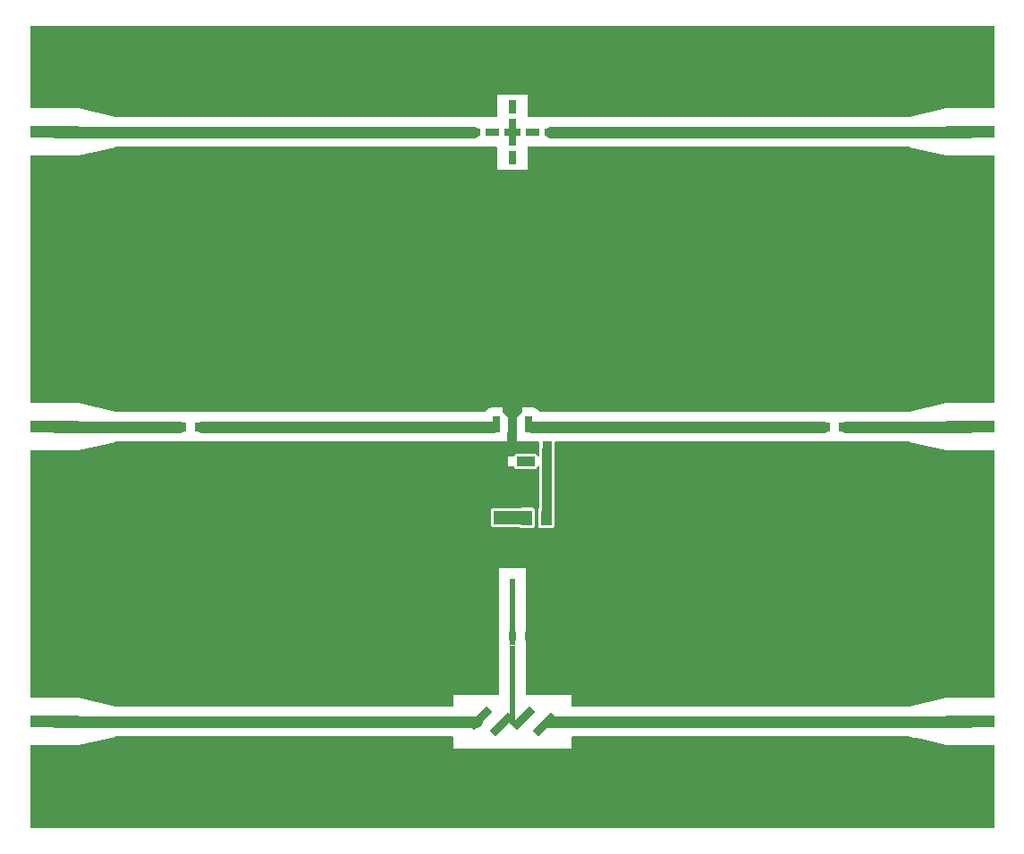
<source format=gtl>
%TF.GenerationSoftware,KiCad,Pcbnew,8.0.4*%
%TF.CreationDate,2024-08-26T14:53:49-04:00*%
%TF.ProjectId,S-Band_1W_R1,532d4261-6e64-45f3-9157-5f52312e6b69,0*%
%TF.SameCoordinates,Original*%
%TF.FileFunction,Copper,L1,Top*%
%TF.FilePolarity,Positive*%
%FSLAX46Y46*%
G04 Gerber Fmt 4.6, Leading zero omitted, Abs format (unit mm)*
G04 Created by KiCad (PCBNEW 8.0.4) date 2024-08-26 14:53:49*
%MOMM*%
%LPD*%
G01*
G04 APERTURE LIST*
G04 Aperture macros list*
%AMRotRect*
0 Rectangle, with rotation*
0 The origin of the aperture is its center*
0 $1 length*
0 $2 width*
0 $3 Rotation angle, in degrees counterclockwise*
0 Add horizontal line*
21,1,$1,$2,0,0,$3*%
%AMFreePoly0*
4,1,21,0.460736,2.670536,0.956036,2.175236,0.957500,2.171700,0.957500,-0.673100,0.956036,-0.676636,0.462200,-1.170472,0.462200,-2.667000,0.460736,-2.670536,0.457200,-2.672000,-0.457200,-2.672000,-0.460736,-2.670536,-0.462200,-2.667000,-0.462200,-1.170472,-0.956036,-0.676636,-0.957500,-0.673100,-0.957500,2.171700,-0.956036,2.175236,-0.460736,2.670536,-0.457200,2.672000,0.457200,2.672000,
0.460736,2.670536,0.460736,2.670536,$1*%
G04 Aperture macros list end*
%TA.AperFunction,Conductor*%
%ADD10C,0.177800*%
%TD*%
%TA.AperFunction,ComponentPad*%
%ADD11C,0.635000*%
%TD*%
%TA.AperFunction,SMDPad,CuDef*%
%ADD12R,4.572000X1.016000*%
%TD*%
%TA.AperFunction,SMDPad,CuDef*%
%ADD13R,4.572000X0.863600*%
%TD*%
%TA.AperFunction,HeatsinkPad*%
%ADD14C,0.635000*%
%TD*%
%TA.AperFunction,SMDPad,CuDef*%
%ADD15FreePoly0,0.000000*%
%TD*%
%TA.AperFunction,SMDPad,CuDef*%
%ADD16R,0.711200X1.498600*%
%TD*%
%TA.AperFunction,SMDPad,CuDef*%
%ADD17R,2.032000X1.270000*%
%TD*%
%TA.AperFunction,SMDPad,CuDef*%
%ADD18RotRect,0.787400X2.463800X315.000000*%
%TD*%
%TA.AperFunction,SMDPad,CuDef*%
%ADD19R,1.016000X1.397000*%
%TD*%
%TA.AperFunction,SMDPad,CuDef*%
%ADD20R,0.812800X0.939800*%
%TD*%
%TA.AperFunction,SMDPad,CuDef*%
%ADD21R,0.508000X0.660400*%
%TD*%
%TA.AperFunction,SMDPad,CuDef*%
%ADD22R,0.660400X0.914400*%
%TD*%
%TA.AperFunction,SMDPad,CuDef*%
%ADD23R,0.558800X6.350000*%
%TD*%
%TA.AperFunction,SMDPad,CuDef*%
%ADD24R,0.660400X0.508000*%
%TD*%
%TA.AperFunction,SMDPad,CuDef*%
%ADD25R,0.914400X0.660400*%
%TD*%
%TA.AperFunction,ViaPad*%
%ADD26C,0.635000*%
%TD*%
%TA.AperFunction,ViaPad*%
%ADD27C,2.794000*%
%TD*%
%TA.AperFunction,Conductor*%
%ADD28C,1.092200*%
%TD*%
G04 APERTURE END LIST*
%TA.AperFunction,Conductor*%
%TO.N,Net-(L6-Pad2)*%
G36*
X147040600Y-115087400D02*
G01*
X147599400Y-115087400D01*
X147599400Y-117144800D01*
X147040600Y-117144800D01*
X147040600Y-115087400D01*
G37*
%TD.AperFunction*%
%TA.AperFunction,Conductor*%
%TO.N,/J2*%
G36*
X188391800Y-60413900D02*
G01*
X192963800Y-60413900D01*
X192963800Y-61506100D01*
X188391800Y-61506100D01*
X188391800Y-60413900D01*
G37*
%TD.AperFunction*%
%TA.AperFunction,Conductor*%
%TO.N,GND*%
G36*
X146862800Y-89433400D02*
G01*
X147777200Y-89433400D01*
X147777200Y-90322400D01*
X146862800Y-90322400D01*
X146862800Y-89433400D01*
G37*
%TD.AperFunction*%
D10*
X147040600Y-89128600D02*
X147040600Y-89179400D01*
X147040600Y-89128600D01*
%TA.AperFunction,Conductor*%
%TO.N,/J1*%
G36*
X101676200Y-60413900D02*
G01*
X106248200Y-60413900D01*
X106248200Y-61506100D01*
X101676200Y-61506100D01*
X101676200Y-60413900D01*
G37*
%TD.AperFunction*%
%TA.AperFunction,Conductor*%
%TO.N,Net-(C8-Pad2)*%
G36*
X147751800Y-91744800D02*
G01*
X149428200Y-91744800D01*
X149428200Y-92659200D01*
X147751800Y-92659200D01*
X147751800Y-91744800D01*
G37*
%TD.AperFunction*%
%TA.AperFunction,Conductor*%
%TO.N,Net-(C4-Pad2)*%
G36*
X146989800Y-62738000D02*
G01*
X147650200Y-62738000D01*
X147650200Y-64008000D01*
X146989800Y-64008000D01*
X146989800Y-62738000D01*
G37*
%TD.AperFunction*%
%TA.AperFunction,Conductor*%
%TO.N,Net-(C1-Pad1)*%
G36*
X146989800Y-59690000D02*
G01*
X147650200Y-59690000D01*
X147650200Y-62230000D01*
X146989800Y-62230000D01*
X146989800Y-59690000D01*
G37*
%TD.AperFunction*%
%TA.AperFunction,Conductor*%
%TO.N,Net-(C2-Pad1)*%
G36*
X144780000Y-60629800D02*
G01*
X146050000Y-60629800D01*
X146050000Y-61290200D01*
X144780000Y-61290200D01*
X144780000Y-60629800D01*
G37*
%TD.AperFunction*%
%TA.AperFunction,Conductor*%
%TO.N,Net-(C1-Pad1)*%
G36*
X146558000Y-60629800D02*
G01*
X148082000Y-60629800D01*
X148082000Y-61290200D01*
X146558000Y-61290200D01*
X146558000Y-60629800D01*
G37*
%TD.AperFunction*%
%TA.AperFunction,Conductor*%
%TO.N,Net-(C3-Pad2)*%
G36*
X148590000Y-60629800D02*
G01*
X149860000Y-60629800D01*
X149860000Y-61290200D01*
X148590000Y-61290200D01*
X148590000Y-60629800D01*
G37*
%TD.AperFunction*%
%TA.AperFunction,Conductor*%
%TO.N,Net-(C1-Pad2)*%
G36*
X146989800Y-57912000D02*
G01*
X147650200Y-57912000D01*
X147650200Y-59182000D01*
X146989800Y-59182000D01*
X146989800Y-57912000D01*
G37*
%TD.AperFunction*%
%TA.AperFunction,Conductor*%
%TO.N,Net-(J7-Pad2)*%
G36*
X145542000Y-96901000D02*
G01*
X149199600Y-96901000D01*
X149199600Y-98171000D01*
X145542000Y-98171000D01*
X145542000Y-96901000D01*
G37*
%TD.AperFunction*%
%TA.AperFunction,Conductor*%
%TO.N,/J6*%
G36*
X188391800Y-116293900D02*
G01*
X192963800Y-116293900D01*
X192963800Y-117386100D01*
X188391800Y-117386100D01*
X188391800Y-116293900D01*
G37*
%TD.AperFunction*%
%TA.AperFunction,Conductor*%
%TO.N,/J3*%
G36*
X101676200Y-88353900D02*
G01*
X106248200Y-88353900D01*
X106248200Y-89446100D01*
X101676200Y-89446100D01*
X101676200Y-88353900D01*
G37*
%TD.AperFunction*%
%TA.AperFunction,Conductor*%
%TO.N,/J5*%
G36*
X101676200Y-116293900D02*
G01*
X106248200Y-116293900D01*
X106248200Y-117386100D01*
X101676200Y-117386100D01*
X101676200Y-116293900D01*
G37*
%TD.AperFunction*%
%TA.AperFunction,Conductor*%
%TO.N,Net-(C5-Pad1)*%
G36*
X150164800Y-90970100D02*
G01*
X151079200Y-90970100D01*
X151079200Y-98234500D01*
X150164800Y-98234500D01*
X150164800Y-90970100D01*
G37*
%TD.AperFunction*%
%TA.AperFunction,Conductor*%
%TO.N,/J4*%
G36*
X188391800Y-88353900D02*
G01*
X192963800Y-88353900D01*
X192963800Y-89446100D01*
X188391800Y-89446100D01*
X188391800Y-88353900D01*
G37*
%TD.AperFunction*%
%TD*%
D11*
%TO.P,J1,0*%
%TO.N,GND*%
X106172000Y-63754000D03*
X106172000Y-58166000D03*
X105664000Y-64516000D03*
X105664000Y-57404000D03*
X105156000Y-63754000D03*
X105156000Y-58166000D03*
X104648000Y-64516000D03*
X104648000Y-57404000D03*
X104140000Y-63754000D03*
X104140000Y-58166000D03*
D12*
X103962200Y-63728600D03*
X103962200Y-58191400D03*
D11*
X103632000Y-64516000D03*
X103632000Y-57404000D03*
X103124000Y-63754000D03*
X103124000Y-58166000D03*
X102616000Y-64516000D03*
X102616000Y-57404000D03*
X102108000Y-63754000D03*
X102108000Y-58166000D03*
D13*
%TO.P,J1,1,Pin_1*%
%TO.N,/J1*%
X103962200Y-60960000D03*
%TD*%
D11*
%TO.P,J3,0*%
%TO.N,GND*%
X106172000Y-91694000D03*
X106172000Y-86106000D03*
X105664000Y-92456000D03*
X105664000Y-85344000D03*
X105156000Y-91694000D03*
X105156000Y-86106000D03*
X104648000Y-92456000D03*
X104648000Y-85344000D03*
X104140000Y-91694000D03*
X104140000Y-86106000D03*
D12*
X103962200Y-91668600D03*
X103962200Y-86131400D03*
D11*
X103632000Y-92456000D03*
X103632000Y-85344000D03*
X103124000Y-91694000D03*
X103124000Y-86106000D03*
X102616000Y-92456000D03*
X102616000Y-85344000D03*
X102108000Y-91694000D03*
X102108000Y-86106000D03*
D13*
%TO.P,J3,1,Pin_1*%
%TO.N,/J3*%
X103962200Y-88900000D03*
%TD*%
D11*
%TO.P,J2,0*%
%TO.N,GND*%
X188468000Y-58166000D03*
X188468000Y-63754000D03*
X188976000Y-57404000D03*
X188976000Y-64516000D03*
X189484000Y-58166000D03*
X189484000Y-63754000D03*
X189992000Y-57404000D03*
X189992000Y-64516000D03*
X190500000Y-58166000D03*
X190500000Y-63754000D03*
D12*
X190677800Y-58191400D03*
X190677800Y-63728600D03*
D11*
X191008000Y-57404000D03*
X191008000Y-64516000D03*
X191516000Y-58166000D03*
X191516000Y-63754000D03*
X192024000Y-57404000D03*
X192024000Y-64516000D03*
X192532000Y-58166000D03*
X192532000Y-63754000D03*
D13*
%TO.P,J2,1,Pin_1*%
%TO.N,/J2*%
X190677800Y-60960000D03*
%TD*%
D11*
%TO.P,J4,0*%
%TO.N,GND*%
X188468000Y-86106000D03*
X188468000Y-91694000D03*
X188976000Y-85344000D03*
X188976000Y-92456000D03*
X189484000Y-86106000D03*
X189484000Y-91694000D03*
X189992000Y-85344000D03*
X189992000Y-92456000D03*
X190500000Y-86106000D03*
X190500000Y-91694000D03*
D12*
X190677800Y-86131400D03*
X190677800Y-91668600D03*
D11*
X191008000Y-85344000D03*
X191008000Y-92456000D03*
X191516000Y-86106000D03*
X191516000Y-91694000D03*
X192024000Y-85344000D03*
X192024000Y-92456000D03*
X192532000Y-86106000D03*
X192532000Y-91694000D03*
D13*
%TO.P,J4,1,Pin_1*%
%TO.N,/J4*%
X190677800Y-88900000D03*
%TD*%
D14*
%TO.P,U1,0*%
%TO.N,GND*%
X146304000Y-86410800D03*
X146362500Y-84861400D03*
X146812000Y-85648800D03*
X146812000Y-87172800D03*
X146862800Y-84124800D03*
X147320000Y-84886800D03*
X147320000Y-86410800D03*
D15*
X147320000Y-86779100D03*
D14*
X147320000Y-87934800D03*
X147320000Y-88696800D03*
X147320000Y-89458800D03*
X147828000Y-84124800D03*
X147828000Y-85648800D03*
X147828000Y-87172800D03*
X148336000Y-84861400D03*
X148336000Y-86410800D03*
D16*
%TO.P,U1,1*%
%TO.N,Net-(C11-Pad1)*%
X145821400Y-88696800D03*
%TO.P,U1,3*%
%TO.N,Net-(C10-Pad1)*%
X148818600Y-88696800D03*
%TD*%
D11*
%TO.P,J5,0*%
%TO.N,GND*%
X106172000Y-119634000D03*
X106172000Y-114046000D03*
X105664000Y-120396000D03*
X105664000Y-113284000D03*
X105156000Y-119634000D03*
X105156000Y-114046000D03*
X104648000Y-120396000D03*
X104648000Y-113284000D03*
X104140000Y-119634000D03*
X104140000Y-114046000D03*
D12*
X103962200Y-119608600D03*
X103962200Y-114071400D03*
D11*
X103632000Y-120396000D03*
X103632000Y-113284000D03*
X103124000Y-119634000D03*
X103124000Y-114046000D03*
X102616000Y-120396000D03*
X102616000Y-113284000D03*
X102108000Y-119634000D03*
X102108000Y-114046000D03*
D13*
%TO.P,J5,1,Pin_1*%
%TO.N,/J5*%
X103962200Y-116840000D03*
%TD*%
D11*
%TO.P,J6,0*%
%TO.N,GND*%
X188468000Y-114046000D03*
X188468000Y-119634000D03*
X188976000Y-113284000D03*
X188976000Y-120396000D03*
X189484000Y-114046000D03*
X189484000Y-119634000D03*
X189992000Y-113284000D03*
X189992000Y-120396000D03*
X190500000Y-114046000D03*
X190500000Y-119634000D03*
D12*
X190677800Y-114071400D03*
X190677800Y-119608600D03*
D11*
X191008000Y-113284000D03*
X191008000Y-120396000D03*
X191516000Y-114046000D03*
X191516000Y-119634000D03*
X192024000Y-113284000D03*
X192024000Y-120396000D03*
X192532000Y-114046000D03*
X192532000Y-119634000D03*
D13*
%TO.P,J6,1,Pin_1*%
%TO.N,/J6*%
X190677800Y-116840000D03*
%TD*%
D17*
%TO.P,J7,3*%
%TO.N,GND*%
X143128500Y-94996000D03*
%TO.P,J7,2*%
%TO.N,Net-(J7-Pad2)*%
X146557500Y-97536000D03*
%TO.P,J7,1*%
%TO.N,GND*%
X143128500Y-100076000D03*
%TD*%
D18*
%TO.P,L6,1,1*%
%TO.N,/J5*%
X144282211Y-116552632D03*
%TO.P,L6,2,2*%
%TO.N,Net-(L6-Pad2)*%
X146293789Y-117127368D03*
%TD*%
D19*
%TO.P,R1,1*%
%TO.N,Net-(J7-Pad2)*%
X148691600Y-97536000D03*
%TO.P,R1,2*%
%TO.N,Net-(C5-Pad1)*%
X150520400Y-97536000D03*
%TD*%
D20*
%TO.P,C6,1*%
%TO.N,Net-(C5-Pad1)*%
X150672800Y-94742000D03*
%TO.P,C6,2*%
%TO.N,GND*%
X149047200Y-94742000D03*
%TD*%
D21*
%TO.P,L3,1,1*%
%TO.N,Net-(C3-Pad2)*%
X149606000Y-60960000D03*
%TO.P,L3,2,2*%
%TO.N,/J2*%
X150622000Y-60960000D03*
%TD*%
D22*
%TO.P,C15,1*%
%TO.N,Net-(C15-Pad1)*%
X147320000Y-108762800D03*
%TO.P,C15,2*%
%TO.N,GND*%
X148844000Y-108762800D03*
%TD*%
D23*
%TO.P,NT1,1*%
%TO.N,Net-(L6-Pad2)*%
X147320000Y-112801400D03*
%TO.P,NT1,2*%
%TO.N,Net-(C15-Pad1)*%
X147320000Y-106451400D03*
%TD*%
D22*
%TO.P,C10,1*%
%TO.N,Net-(C10-Pad1)*%
X177038000Y-88900000D03*
%TO.P,C10,2*%
%TO.N,/J4*%
X178562000Y-88900000D03*
%TD*%
D24*
%TO.P,C1,1*%
%TO.N,Net-(C1-Pad1)*%
X147320000Y-59944000D03*
%TO.P,C1,2*%
%TO.N,Net-(C1-Pad2)*%
X147320000Y-58928000D03*
%TD*%
D25*
%TO.P,R3,1*%
%TO.N,/J3*%
X114300000Y-89115900D03*
%TO.P,R3,2*%
%TO.N,GND*%
X114300000Y-90639900D03*
%TD*%
D21*
%TO.P,C2,1*%
%TO.N,Net-(C2-Pad1)*%
X145796000Y-60960000D03*
%TO.P,C2,2*%
%TO.N,Net-(C1-Pad1)*%
X146812000Y-60960000D03*
%TD*%
D22*
%TO.P,R2,1*%
%TO.N,Net-(C8-Pad2)*%
X148082000Y-92202000D03*
%TO.P,R2,2*%
%TO.N,GND*%
X146558000Y-92202000D03*
%TD*%
D25*
%TO.P,C14,1*%
%TO.N,Net-(C10-Pad1)*%
X163195000Y-89115900D03*
%TO.P,C14,2*%
%TO.N,GND*%
X163195000Y-90639900D03*
%TD*%
D21*
%TO.P,C3,1*%
%TO.N,Net-(C1-Pad1)*%
X147828000Y-60960000D03*
%TO.P,C3,2*%
%TO.N,Net-(C3-Pad2)*%
X148844000Y-60960000D03*
%TD*%
D25*
%TO.P,C11,1*%
%TO.N,Net-(C11-Pad1)*%
X131064000Y-89115900D03*
%TO.P,C11,2*%
%TO.N,GND*%
X131064000Y-90639900D03*
%TD*%
D20*
%TO.P,C5,1*%
%TO.N,Net-(C5-Pad1)*%
X150672800Y-96012000D03*
%TO.P,C5,2*%
%TO.N,GND*%
X149047200Y-96012000D03*
%TD*%
D25*
%TO.P,C12,1*%
%TO.N,Net-(C11-Pad1)*%
X144221200Y-89115900D03*
%TO.P,C12,2*%
%TO.N,GND*%
X144221200Y-90639900D03*
%TD*%
D21*
%TO.P,L2,1,1*%
%TO.N,/J1*%
X144018000Y-60960000D03*
%TO.P,L2,2,2*%
%TO.N,Net-(C2-Pad1)*%
X145034000Y-60960000D03*
%TD*%
D24*
%TO.P,C4,1*%
%TO.N,Net-(C1-Pad1)*%
X147320000Y-61976000D03*
%TO.P,C4,2*%
%TO.N,Net-(C4-Pad2)*%
X147320000Y-62992000D03*
%TD*%
D25*
%TO.P,C13,1*%
%TO.N,Net-(C10-Pad1)*%
X153289000Y-89115900D03*
%TO.P,C13,2*%
%TO.N,GND*%
X153289000Y-90639900D03*
%TD*%
D22*
%TO.P,C9,1*%
%TO.N,/J3*%
X116078000Y-88900000D03*
%TO.P,C9,2*%
%TO.N,Net-(C11-Pad1)*%
X117602000Y-88900000D03*
%TD*%
D20*
%TO.P,C7,1*%
%TO.N,Net-(C5-Pad1)*%
X150672800Y-93472000D03*
%TO.P,C7,2*%
%TO.N,GND*%
X149047200Y-93472000D03*
%TD*%
D22*
%TO.P,C8,1*%
%TO.N,Net-(C5-Pad1)*%
X150622000Y-92202000D03*
%TO.P,C8,2*%
%TO.N,Net-(C8-Pad2)*%
X149098000Y-92202000D03*
%TD*%
D24*
%TO.P,L4,1,1*%
%TO.N,Net-(C4-Pad2)*%
X147320000Y-63754000D03*
%TO.P,L4,2,2*%
%TO.N,GND*%
X147320000Y-64770000D03*
%TD*%
D25*
%TO.P,L5,1,1*%
%TO.N,Net-(C5-Pad1)*%
X150622000Y-90639900D03*
%TO.P,L5,2,2*%
%TO.N,Net-(C10-Pad1)*%
X150622000Y-89115900D03*
%TD*%
D18*
%TO.P,L7,1,1*%
%TO.N,Net-(L6-Pad2)*%
X148346211Y-116552632D03*
%TO.P,L7,2,2*%
%TO.N,/J6*%
X150357789Y-117127368D03*
%TD*%
D25*
%TO.P,R4,1*%
%TO.N,/J4*%
X180340000Y-89115900D03*
%TO.P,R4,2*%
%TO.N,GND*%
X180340000Y-90639900D03*
%TD*%
D24*
%TO.P,L1,1,1*%
%TO.N,GND*%
X147320000Y-57150000D03*
%TO.P,L1,2,2*%
%TO.N,Net-(C1-Pad2)*%
X147320000Y-58166000D03*
%TD*%
D26*
%TO.N,GND*%
X142748000Y-93980000D03*
X179324000Y-51308000D03*
X184404000Y-72898000D03*
X184404000Y-108966000D03*
X136652000Y-64770000D03*
X181356000Y-126492000D03*
X149352000Y-63754000D03*
X110236000Y-104902000D03*
X132588000Y-110998000D03*
X109220000Y-51308000D03*
X145542000Y-103378000D03*
X120396000Y-96774000D03*
X192532000Y-110998000D03*
X176276000Y-126492000D03*
X151384000Y-120142000D03*
X116332000Y-122428000D03*
X106172000Y-94742000D03*
X114300000Y-78994000D03*
X102108000Y-125476000D03*
X175260000Y-114808000D03*
X132588000Y-102870000D03*
X102108000Y-102870000D03*
X170180000Y-126492000D03*
X136652000Y-58928000D03*
X190500000Y-72898000D03*
X108204000Y-76962000D03*
X118364000Y-114808000D03*
X151892000Y-53340000D03*
X112268000Y-55372000D03*
X166116000Y-94742000D03*
X174244000Y-70866000D03*
X111252000Y-62992000D03*
X186436000Y-106934000D03*
X118364000Y-126492000D03*
X184404000Y-113030000D03*
X145796000Y-126492000D03*
X176276000Y-114808000D03*
X173228000Y-86868000D03*
X126492000Y-78994000D03*
X176276000Y-57404000D03*
X174244000Y-98806000D03*
X171196000Y-62992000D03*
X132588000Y-78994000D03*
X113284000Y-62992000D03*
X114300000Y-94742000D03*
X184404000Y-102870000D03*
X162052000Y-78994000D03*
X151892000Y-104902000D03*
X115316000Y-114808000D03*
X167132000Y-51308000D03*
X170180000Y-94742000D03*
X172212000Y-110998000D03*
X174244000Y-124460000D03*
X155956000Y-74930000D03*
X172212000Y-53340000D03*
X147828000Y-76962000D03*
X145542000Y-102362000D03*
X110236000Y-62992000D03*
X157988000Y-74930000D03*
X180340000Y-76962000D03*
X132588000Y-92710000D03*
X141732000Y-58928000D03*
X145542000Y-110490000D03*
X134620000Y-53340000D03*
X153924000Y-98806000D03*
X170180000Y-58928000D03*
X155956000Y-106934000D03*
X155956000Y-86868000D03*
X139700000Y-86868000D03*
X138684000Y-53340000D03*
X130556000Y-86868000D03*
X186436000Y-74930000D03*
X151892000Y-81026000D03*
X134620000Y-100838000D03*
X157988000Y-76962000D03*
X146304000Y-56642000D03*
X114300000Y-72898000D03*
X114300000Y-85090000D03*
X178308000Y-106934000D03*
X182372000Y-122428000D03*
X160020000Y-110998000D03*
X167132000Y-86868000D03*
X156972000Y-126492000D03*
X130556000Y-72898000D03*
X106172000Y-55372000D03*
X146812000Y-53340000D03*
X130556000Y-81026000D03*
X178308000Y-126492000D03*
X124460000Y-122428000D03*
X122428000Y-51308000D03*
X149098000Y-103378000D03*
X136652000Y-114808000D03*
X146812000Y-66802000D03*
X157988000Y-96774000D03*
X132588000Y-66802000D03*
X191516000Y-51308000D03*
X162052000Y-106934000D03*
X167132000Y-90932000D03*
X142748000Y-81026000D03*
X128524000Y-90932000D03*
X124460000Y-114808000D03*
X179324000Y-62992000D03*
X110236000Y-106934000D03*
X153924000Y-124460000D03*
X120396000Y-100838000D03*
X160020000Y-72898000D03*
X122428000Y-124460000D03*
X104140000Y-76962000D03*
X160020000Y-118872000D03*
X178308000Y-122428000D03*
X172212000Y-72898000D03*
X140716000Y-102870000D03*
X132588000Y-85090000D03*
X166116000Y-74930000D03*
X184404000Y-86868000D03*
X143764000Y-90932000D03*
X149860000Y-74930000D03*
X110236000Y-57404000D03*
X157988000Y-106934000D03*
X182372000Y-85090000D03*
X134620000Y-113030000D03*
X106172000Y-51308000D03*
X180340000Y-70866000D03*
X172212000Y-118872000D03*
X120396000Y-72898000D03*
X168148000Y-102870000D03*
X116332000Y-113030000D03*
X120396000Y-124460000D03*
D27*
X105410000Y-109220000D03*
D26*
X157988000Y-90932000D03*
X102108000Y-98806000D03*
X114300000Y-66802000D03*
X157988000Y-120396000D03*
X142748000Y-110998000D03*
X149352000Y-120142000D03*
X102108000Y-74930000D03*
X187452000Y-119634000D03*
X116332000Y-51308000D03*
X176276000Y-102870000D03*
X176276000Y-104902000D03*
X128524000Y-126492000D03*
X114300000Y-70866000D03*
X114300000Y-122428000D03*
X136652000Y-120396000D03*
X124460000Y-120396000D03*
X164084000Y-113030000D03*
X178308000Y-81026000D03*
X184404000Y-57404000D03*
X108204000Y-113030000D03*
X102108000Y-82042000D03*
X124460000Y-78994000D03*
X160020000Y-104902000D03*
X123444000Y-126492000D03*
X140716000Y-66802000D03*
X143764000Y-86868000D03*
X182372000Y-110998000D03*
X110236000Y-81026000D03*
X102108000Y-105918000D03*
X155956000Y-114808000D03*
X134620000Y-92710000D03*
X112268000Y-122428000D03*
X185420000Y-63246000D03*
X173228000Y-62992000D03*
X138684000Y-98806000D03*
X179324000Y-58928000D03*
X144272000Y-120142000D03*
X122428000Y-72898000D03*
X131572000Y-51308000D03*
X126492000Y-120396000D03*
X186436000Y-68834000D03*
X152908000Y-90932000D03*
X110236000Y-74930000D03*
X131572000Y-58928000D03*
X118364000Y-100838000D03*
X160020000Y-102870000D03*
X192532000Y-106934000D03*
X183388000Y-86868000D03*
X160020000Y-122428000D03*
X155956000Y-58928000D03*
X170180000Y-76962000D03*
X114300000Y-90932000D03*
X192532000Y-98806000D03*
X153924000Y-74930000D03*
X130556000Y-58928000D03*
X120396000Y-118872000D03*
X178308000Y-85090000D03*
X110236000Y-58928000D03*
X114300000Y-58928000D03*
X108204000Y-126492000D03*
X131572000Y-118872000D03*
X182372000Y-68834000D03*
D27*
X189230000Y-53340000D03*
D26*
X184404000Y-81026000D03*
X170180000Y-83058000D03*
X134620000Y-68834000D03*
X153924000Y-108966000D03*
X106172000Y-110998000D03*
X165100000Y-86868000D03*
X126492000Y-53340000D03*
X180340000Y-118872000D03*
X114300000Y-55372000D03*
X166116000Y-83058000D03*
X144780000Y-62992000D03*
X132588000Y-72898000D03*
X123444000Y-114808000D03*
X138684000Y-81026000D03*
X165100000Y-126492000D03*
X132588000Y-98806000D03*
X113284000Y-126492000D03*
X178308000Y-68834000D03*
X141224000Y-119888000D03*
X140716000Y-104902000D03*
X155956000Y-100838000D03*
X183388000Y-62992000D03*
X132588000Y-58928000D03*
X112268000Y-113030000D03*
X134620000Y-66802000D03*
X112268000Y-74930000D03*
X102108000Y-72898000D03*
X138684000Y-122428000D03*
X173228000Y-126492000D03*
X184404000Y-66802000D03*
X134620000Y-118872000D03*
X102108000Y-51308000D03*
X130556000Y-106934000D03*
X186436000Y-70866000D03*
X129540000Y-118872000D03*
X134620000Y-94742000D03*
X186436000Y-64770000D03*
X192532000Y-74930000D03*
X163068000Y-51308000D03*
X153924000Y-62992000D03*
X136652000Y-110998000D03*
X186436000Y-81026000D03*
X161036000Y-62992000D03*
X141732000Y-86868000D03*
X161036000Y-114808000D03*
X116332000Y-62992000D03*
X166116000Y-120396000D03*
X174244000Y-57404000D03*
X126492000Y-118872000D03*
X174244000Y-120396000D03*
X153924000Y-55372000D03*
X127508000Y-114808000D03*
X122428000Y-102870000D03*
X107188000Y-63754000D03*
X188468000Y-94742000D03*
X177292000Y-86868000D03*
X164084000Y-94742000D03*
X157988000Y-81026000D03*
X114300000Y-126492000D03*
X182372000Y-66802000D03*
X104140000Y-106934000D03*
X160020000Y-57404000D03*
X138684000Y-76962000D03*
X115316000Y-58928000D03*
X165100000Y-58928000D03*
X172212000Y-124460000D03*
X127508000Y-86868000D03*
X126492000Y-96774000D03*
X106172000Y-122428000D03*
X134620000Y-64770000D03*
X174244000Y-104902000D03*
X116332000Y-90932000D03*
X131572000Y-90932000D03*
X142748000Y-122428000D03*
X147828000Y-81026000D03*
X172212000Y-78994000D03*
X134620000Y-90932000D03*
X167132000Y-118872000D03*
D27*
X189230000Y-96520000D03*
D26*
X151892000Y-62992000D03*
X102108000Y-101854000D03*
X182372000Y-58928000D03*
X126492000Y-104902000D03*
X132588000Y-64770000D03*
X184404000Y-64770000D03*
X163068000Y-114808000D03*
X104140000Y-72898000D03*
X128524000Y-114808000D03*
D27*
X105410000Y-81280000D03*
D26*
X134620000Y-86868000D03*
X174244000Y-96774000D03*
X118364000Y-122428000D03*
X160020000Y-55372000D03*
X153924000Y-113030000D03*
X170180000Y-68834000D03*
X184404000Y-104902000D03*
X135636000Y-90932000D03*
X192532000Y-75946000D03*
X164084000Y-72898000D03*
X182372000Y-104902000D03*
X124460000Y-102870000D03*
X155956000Y-66802000D03*
X120396000Y-114808000D03*
X118364000Y-81026000D03*
X102108000Y-76962000D03*
X152908000Y-58928000D03*
X131572000Y-62992000D03*
X122428000Y-94742000D03*
X192532000Y-69850000D03*
X126492000Y-126492000D03*
X118364000Y-76962000D03*
X134620000Y-74930000D03*
X159004000Y-51308000D03*
X168148000Y-53340000D03*
X153924000Y-110998000D03*
X126492000Y-55372000D03*
X142748000Y-58928000D03*
X118364000Y-62992000D03*
X188468000Y-122428000D03*
X140716000Y-78994000D03*
X166116000Y-106934000D03*
X176276000Y-85090000D03*
X146812000Y-98806000D03*
X142748000Y-64770000D03*
X172212000Y-96774000D03*
X128524000Y-86868000D03*
X112268000Y-62992000D03*
X156972000Y-58928000D03*
X162052000Y-76962000D03*
X186436000Y-119380000D03*
X192532000Y-65786000D03*
X161036000Y-51308000D03*
X184404000Y-76962000D03*
X156972000Y-62992000D03*
X121412000Y-114808000D03*
X123444000Y-62992000D03*
X166116000Y-57404000D03*
X120396000Y-55372000D03*
X167132000Y-114808000D03*
X113284000Y-118872000D03*
X120396000Y-51308000D03*
X129540000Y-62992000D03*
X110236000Y-122428000D03*
X186436000Y-100838000D03*
X174244000Y-51308000D03*
X106172000Y-70866000D03*
X187452000Y-126492000D03*
X170180000Y-120396000D03*
X186436000Y-57404000D03*
X174244000Y-108966000D03*
X170180000Y-114808000D03*
X176276000Y-108966000D03*
X188468000Y-110998000D03*
X142748000Y-83058000D03*
X143764000Y-58928000D03*
X147320000Y-56642000D03*
X122428000Y-113030000D03*
X123444000Y-58928000D03*
X192532000Y-82042000D03*
X114300000Y-96774000D03*
X138684000Y-108966000D03*
X182372000Y-113030000D03*
X136652000Y-98806000D03*
X118364000Y-70866000D03*
X110236000Y-86868000D03*
X116332000Y-78994000D03*
X153924000Y-66802000D03*
X190500000Y-106934000D03*
X130556000Y-62992000D03*
X102108000Y-70866000D03*
X149860000Y-51308000D03*
X184404000Y-53340000D03*
X162052000Y-110998000D03*
X142748000Y-53340000D03*
X160020000Y-74930000D03*
X137668000Y-90932000D03*
X128524000Y-113030000D03*
X164084000Y-106934000D03*
X125476000Y-51308000D03*
X145542000Y-108458000D03*
X124460000Y-85090000D03*
X136652000Y-62992000D03*
X123444000Y-86868000D03*
X131572000Y-114808000D03*
X136652000Y-94742000D03*
X124460000Y-55372000D03*
D27*
X105410000Y-53340000D03*
D26*
X108204000Y-122428000D03*
X124460000Y-57404000D03*
D27*
X105410000Y-124460000D03*
D26*
X128524000Y-78994000D03*
X126492000Y-122428000D03*
X121412000Y-90932000D03*
X149098000Y-113538000D03*
X146812000Y-78994000D03*
X149860000Y-55372000D03*
X153924000Y-106934000D03*
X136652000Y-53340000D03*
X160020000Y-64770000D03*
X124460000Y-106934000D03*
X140716000Y-74930000D03*
X125476000Y-62992000D03*
X151892000Y-108966000D03*
X147828000Y-72898000D03*
X166116000Y-108966000D03*
X126492000Y-66802000D03*
X149860000Y-100838000D03*
X109220000Y-91186000D03*
X115316000Y-86868000D03*
X170180000Y-102870000D03*
X151892000Y-55372000D03*
X108204000Y-102870000D03*
X178308000Y-90932000D03*
X178308000Y-58928000D03*
X130556000Y-114808000D03*
X157988000Y-124460000D03*
X167132000Y-126492000D03*
X181356000Y-86868000D03*
X176276000Y-83058000D03*
X133604000Y-90932000D03*
X116332000Y-55372000D03*
X180340000Y-78994000D03*
X174244000Y-83058000D03*
X177292000Y-90932000D03*
X187452000Y-51308000D03*
X130556000Y-108966000D03*
X110236000Y-96774000D03*
X151892000Y-58928000D03*
X164084000Y-104902000D03*
X140716000Y-108966000D03*
X149098000Y-110490000D03*
X177292000Y-114808000D03*
X145288000Y-57150000D03*
X166116000Y-81026000D03*
X124460000Y-124460000D03*
X160020000Y-76962000D03*
X157988000Y-86868000D03*
X182372000Y-126492000D03*
X108204000Y-53340000D03*
X138684000Y-120396000D03*
X120396000Y-76962000D03*
X112268000Y-70866000D03*
X155956000Y-126492000D03*
X102108000Y-100838000D03*
X108204000Y-106934000D03*
X157988000Y-70866000D03*
X116332000Y-102870000D03*
X149860000Y-76962000D03*
X130556000Y-90932000D03*
X182372000Y-98806000D03*
X150876000Y-51308000D03*
X192532000Y-95758000D03*
X185420000Y-119126000D03*
X102108000Y-77978000D03*
X164084000Y-96774000D03*
X118364000Y-124460000D03*
X162052000Y-120396000D03*
X178308000Y-78994000D03*
X124460000Y-113030000D03*
X146304000Y-120142000D03*
X170180000Y-92710000D03*
X153924000Y-100838000D03*
X164084000Y-62992000D03*
X166116000Y-104902000D03*
X136652000Y-76962000D03*
X169164000Y-126492000D03*
X174244000Y-106934000D03*
X110236000Y-124460000D03*
X110236000Y-126492000D03*
X144780000Y-86868000D03*
X142748000Y-85090000D03*
X139700000Y-114808000D03*
X184404000Y-92710000D03*
X120396000Y-64770000D03*
X171196000Y-90932000D03*
X178308000Y-100838000D03*
X104140000Y-100838000D03*
X174244000Y-66802000D03*
X184404000Y-124460000D03*
X108204000Y-100838000D03*
X153924000Y-51308000D03*
X118364000Y-78994000D03*
X170180000Y-104902000D03*
X140716000Y-110998000D03*
X120396000Y-62992000D03*
X118364000Y-85090000D03*
X114300000Y-98806000D03*
X192532000Y-84074000D03*
X162052000Y-108966000D03*
X144780000Y-66802000D03*
X141224000Y-113792000D03*
X157988000Y-62992000D03*
X103124000Y-126492000D03*
X190500000Y-70866000D03*
X110236000Y-90932000D03*
X106172000Y-106934000D03*
X102108000Y-66802000D03*
X176276000Y-92710000D03*
X170180000Y-85090000D03*
X106172000Y-78994000D03*
X116332000Y-85090000D03*
X138684000Y-110998000D03*
X136652000Y-106934000D03*
X140716000Y-70866000D03*
X110236000Y-100838000D03*
X122428000Y-62992000D03*
X154940000Y-58928000D03*
X110236000Y-85090000D03*
X179324000Y-126492000D03*
X145288000Y-120142000D03*
X142748000Y-78994000D03*
X138684000Y-92710000D03*
X157988000Y-57404000D03*
X162052000Y-122428000D03*
X144780000Y-96774000D03*
X163068000Y-86868000D03*
X187452000Y-63754000D03*
X120396000Y-74930000D03*
X180340000Y-104902000D03*
X138684000Y-78994000D03*
X179324000Y-86868000D03*
X108204000Y-110998000D03*
X114300000Y-113030000D03*
X149098000Y-105410000D03*
X107188000Y-114046000D03*
X188468000Y-66802000D03*
X128524000Y-100838000D03*
X143764000Y-126492000D03*
X115316000Y-118872000D03*
X136652000Y-74930000D03*
X155956000Y-83058000D03*
X102108000Y-67818000D03*
X170180000Y-78994000D03*
X146812000Y-72898000D03*
X170180000Y-66802000D03*
X138684000Y-96774000D03*
X125476000Y-126492000D03*
X124460000Y-110998000D03*
X142748000Y-124460000D03*
X164084000Y-74930000D03*
X108204000Y-108966000D03*
X115316000Y-62992000D03*
X110236000Y-64770000D03*
X116332000Y-70866000D03*
X108204000Y-114300000D03*
X120396000Y-122428000D03*
X110236000Y-108966000D03*
X130556000Y-85090000D03*
X142748000Y-92710000D03*
X156972000Y-86868000D03*
X157988000Y-102870000D03*
X108204000Y-58420000D03*
X106172000Y-104902000D03*
X134620000Y-104902000D03*
X118364000Y-86868000D03*
X144780000Y-53340000D03*
X180340000Y-74930000D03*
X176276000Y-100838000D03*
X177292000Y-62992000D03*
X104140000Y-122428000D03*
X168148000Y-58928000D03*
X102108000Y-53340000D03*
X128524000Y-118872000D03*
X153924000Y-53340000D03*
X132588000Y-120396000D03*
X178308000Y-102870000D03*
X151892000Y-86868000D03*
X102108000Y-55372000D03*
X170180000Y-100838000D03*
X129540000Y-126492000D03*
X113284000Y-58928000D03*
X136652000Y-68834000D03*
X155956000Y-92710000D03*
X162052000Y-81026000D03*
X132588000Y-100838000D03*
X166116000Y-96774000D03*
X113284000Y-51308000D03*
X132588000Y-62992000D03*
X108204000Y-81026000D03*
X164084000Y-118872000D03*
X165100000Y-118872000D03*
X146812000Y-94742000D03*
X132588000Y-114808000D03*
X115316000Y-90932000D03*
X149860000Y-58928000D03*
X184404000Y-51308000D03*
X138684000Y-86868000D03*
X114300000Y-81026000D03*
X164084000Y-85090000D03*
X180340000Y-53340000D03*
X106172000Y-76962000D03*
X130556000Y-98806000D03*
X164084000Y-126492000D03*
X184404000Y-110998000D03*
X192532000Y-94742000D03*
X132588000Y-106934000D03*
X192532000Y-100838000D03*
X106172000Y-83058000D03*
X192532000Y-108966000D03*
X177292000Y-51308000D03*
X148336000Y-65278000D03*
X160020000Y-108966000D03*
X145542000Y-106426000D03*
X129540000Y-114808000D03*
X112268000Y-57404000D03*
X122428000Y-108966000D03*
X144780000Y-90932000D03*
X102108000Y-106934000D03*
X160020000Y-98806000D03*
X174244000Y-118872000D03*
X172212000Y-126492000D03*
X184404000Y-68834000D03*
X170180000Y-57404000D03*
X153924000Y-58928000D03*
X147828000Y-51308000D03*
X174244000Y-55372000D03*
X188468000Y-78994000D03*
X130556000Y-76962000D03*
X118364000Y-102870000D03*
X153924000Y-94742000D03*
X128524000Y-96774000D03*
X124460000Y-68834000D03*
X128524000Y-120396000D03*
X173228000Y-114808000D03*
X153416000Y-119888000D03*
X142748000Y-72898000D03*
X190500000Y-100838000D03*
X104140000Y-51308000D03*
X126492000Y-58928000D03*
X146812000Y-68834000D03*
X111252000Y-58928000D03*
X172212000Y-104902000D03*
X128524000Y-110998000D03*
X132588000Y-94742000D03*
X160020000Y-106934000D03*
X118364000Y-108966000D03*
X155956000Y-102870000D03*
X136652000Y-78994000D03*
X176276000Y-72898000D03*
X146812000Y-90932000D03*
X147828000Y-74930000D03*
X112268000Y-68834000D03*
X172212000Y-90932000D03*
X182372000Y-62992000D03*
X126492000Y-92710000D03*
X122428000Y-78994000D03*
X157988000Y-83058000D03*
X180340000Y-122428000D03*
X184404000Y-126492000D03*
X184404000Y-83058000D03*
X113284000Y-90932000D03*
X157988000Y-114808000D03*
X184404000Y-62992000D03*
X160020000Y-85090000D03*
X136652000Y-104902000D03*
X188468000Y-98806000D03*
X186436000Y-86360000D03*
X190500000Y-122428000D03*
X149860000Y-98806000D03*
X168148000Y-55372000D03*
X172212000Y-102870000D03*
X151892000Y-66802000D03*
X109220000Y-58674000D03*
X120396000Y-57404000D03*
X114300000Y-92710000D03*
X192532000Y-96774000D03*
X178308000Y-94742000D03*
X181356000Y-62992000D03*
X144780000Y-83058000D03*
X146050000Y-92221050D03*
X136652000Y-100838000D03*
X132588000Y-74930000D03*
X176276000Y-110998000D03*
X119380000Y-62992000D03*
X122428000Y-58928000D03*
D27*
X189230000Y-68580000D03*
D26*
X176276000Y-58928000D03*
X102108000Y-99822000D03*
X132588000Y-81026000D03*
X155956000Y-64770000D03*
X182372000Y-57404000D03*
X164084000Y-108966000D03*
X159004000Y-118872000D03*
X151892000Y-106934000D03*
X157988000Y-98806000D03*
X143764000Y-51308000D03*
X166116000Y-110998000D03*
X120396000Y-104902000D03*
X124460000Y-81026000D03*
X128524000Y-85090000D03*
X130556000Y-83058000D03*
X140716000Y-90932000D03*
X124460000Y-92710000D03*
X122428000Y-83058000D03*
X142748000Y-90932000D03*
X182372000Y-76962000D03*
X164084000Y-57404000D03*
X162052000Y-113030000D03*
X112268000Y-108966000D03*
X157988000Y-100838000D03*
X162052000Y-64770000D03*
X182372000Y-51308000D03*
X112268000Y-64770000D03*
X186436000Y-104902000D03*
X134620000Y-96774000D03*
X157988000Y-108966000D03*
X108204000Y-92710000D03*
X122428000Y-64770000D03*
X162052000Y-68834000D03*
X159004000Y-90932000D03*
X157988000Y-94742000D03*
X112268000Y-51308000D03*
X157988000Y-126492000D03*
X178308000Y-55372000D03*
X125476000Y-90932000D03*
X154940000Y-62992000D03*
X175260000Y-58928000D03*
X162052000Y-58928000D03*
X132588000Y-108966000D03*
X138684000Y-126492000D03*
X153924000Y-76962000D03*
X186436000Y-85090000D03*
X146812000Y-81026000D03*
X180340000Y-72898000D03*
X151892000Y-68834000D03*
X168148000Y-108966000D03*
X154940000Y-114808000D03*
X153924000Y-122428000D03*
X192532000Y-107950000D03*
X110236000Y-51308000D03*
X139700000Y-90932000D03*
X132588000Y-83058000D03*
X164084000Y-64770000D03*
X155956000Y-53340000D03*
X102108000Y-68834000D03*
X178308000Y-74930000D03*
X124460000Y-118872000D03*
X170180000Y-51308000D03*
X134620000Y-108966000D03*
X109220000Y-63246000D03*
X120396000Y-126492000D03*
X168148000Y-113030000D03*
X122428000Y-126492000D03*
X148336000Y-101854000D03*
X144780000Y-51308000D03*
X134620000Y-124460000D03*
X176276000Y-53340000D03*
X110236000Y-98806000D03*
X186436000Y-92710000D03*
X164084000Y-92710000D03*
X176276000Y-64770000D03*
X108204000Y-94742000D03*
X118364000Y-120396000D03*
X152400000Y-120142000D03*
X140716000Y-106934000D03*
X184404000Y-120396000D03*
X142748000Y-126492000D03*
X162052000Y-114808000D03*
X116332000Y-76962000D03*
X175260000Y-126492000D03*
X142748000Y-108966000D03*
X178308000Y-110998000D03*
X126492000Y-72898000D03*
X192532000Y-123444000D03*
X162052000Y-86868000D03*
X112268000Y-110998000D03*
X102108000Y-69850000D03*
X153924000Y-78994000D03*
X168148000Y-70866000D03*
X172212000Y-120396000D03*
X170180000Y-108966000D03*
X160020000Y-92710000D03*
X108204000Y-74930000D03*
X182372000Y-83058000D03*
X108204000Y-124460000D03*
X168148000Y-72898000D03*
X112268000Y-100838000D03*
X192532000Y-101854000D03*
X120396000Y-81026000D03*
X126492000Y-98806000D03*
X192532000Y-56388000D03*
X185420000Y-58674000D03*
X138684000Y-58928000D03*
X169164000Y-58928000D03*
X122428000Y-106934000D03*
X153924000Y-104902000D03*
X149098000Y-112522000D03*
X178308000Y-118872000D03*
X156972000Y-114808000D03*
X166116000Y-64770000D03*
X169164000Y-114808000D03*
X128524000Y-124460000D03*
X153924000Y-86868000D03*
X114300000Y-124460000D03*
X174244000Y-94742000D03*
X104140000Y-94742000D03*
X128524000Y-94742000D03*
X111252000Y-90932000D03*
X140716000Y-122428000D03*
X135636000Y-58928000D03*
X117348000Y-62992000D03*
X155956000Y-104902000D03*
X182372000Y-90932000D03*
X118364000Y-118872000D03*
X192532000Y-77978000D03*
X161036000Y-86868000D03*
X129540000Y-58928000D03*
X148590000Y-96031050D03*
X180340000Y-58928000D03*
X126492000Y-68834000D03*
X104140000Y-110998000D03*
X181356000Y-51308000D03*
X184404000Y-74930000D03*
X121412000Y-126492000D03*
X128524000Y-81026000D03*
X151892000Y-83058000D03*
X140716000Y-118872000D03*
X112268000Y-76962000D03*
X166116000Y-126492000D03*
X176276000Y-66802000D03*
X154940000Y-118872000D03*
X128524000Y-98806000D03*
X192532000Y-51308000D03*
X155956000Y-70866000D03*
X124460000Y-66802000D03*
X182372000Y-74930000D03*
X153924000Y-92710000D03*
X165100000Y-62992000D03*
X140716000Y-81026000D03*
X128524000Y-57404000D03*
X122428000Y-92710000D03*
X137668000Y-86868000D03*
X130556000Y-68834000D03*
X164084000Y-55372000D03*
X160020000Y-113030000D03*
X135636000Y-51308000D03*
X192532000Y-52324000D03*
X144780000Y-76962000D03*
X108204000Y-85090000D03*
X136652000Y-124460000D03*
X151892000Y-94742000D03*
X159004000Y-114808000D03*
X179324000Y-90932000D03*
X162052000Y-72898000D03*
X156972000Y-90932000D03*
X175260000Y-51308000D03*
X109220000Y-119126000D03*
X162052000Y-55372000D03*
X186436000Y-51308000D03*
X136652000Y-108966000D03*
X132588000Y-55372000D03*
X145288000Y-63754000D03*
X124460000Y-98806000D03*
X142748000Y-51308000D03*
X153924000Y-57404000D03*
X116332000Y-66802000D03*
X168148000Y-104902000D03*
X168148000Y-78994000D03*
X168148000Y-92710000D03*
X122428000Y-81026000D03*
X132588000Y-53340000D03*
X118364000Y-104902000D03*
X183388000Y-58928000D03*
X124460000Y-94742000D03*
X164084000Y-68834000D03*
X174244000Y-76962000D03*
X186436000Y-76962000D03*
X164084000Y-76962000D03*
X186436000Y-91440000D03*
X154940000Y-126492000D03*
X162052000Y-57404000D03*
X164084000Y-122428000D03*
X121412000Y-118872000D03*
X110236000Y-68834000D03*
X118364000Y-51308000D03*
X161036000Y-126492000D03*
X130556000Y-66802000D03*
X172212000Y-57404000D03*
X178308000Y-120396000D03*
X149860000Y-83058000D03*
X155956000Y-108966000D03*
X143764000Y-62992000D03*
X137668000Y-62992000D03*
X148844000Y-126492000D03*
X111252000Y-126492000D03*
X147320000Y-101854000D03*
X102108000Y-81026000D03*
X157988000Y-78994000D03*
X116332000Y-57404000D03*
X178308000Y-57404000D03*
X120396000Y-68834000D03*
X140716000Y-76962000D03*
X163068000Y-62992000D03*
X136652000Y-102870000D03*
X126492000Y-51308000D03*
X184404000Y-114808000D03*
X178308000Y-72898000D03*
X102108000Y-95758000D03*
X168148000Y-76962000D03*
X136652000Y-122428000D03*
X192532000Y-122428000D03*
X184404000Y-78994000D03*
X166116000Y-98806000D03*
X145542000Y-104394000D03*
X107188000Y-91694000D03*
X170180000Y-118872000D03*
X176276000Y-76962000D03*
X155956000Y-85090000D03*
X153924000Y-72898000D03*
X122428000Y-86868000D03*
X114300000Y-118872000D03*
X134620000Y-85090000D03*
X147828000Y-53340000D03*
X182372000Y-100838000D03*
X172212000Y-70866000D03*
X184404000Y-122428000D03*
X132588000Y-86868000D03*
X168148000Y-74930000D03*
X148844000Y-90932000D03*
X147320000Y-65278000D03*
X164084000Y-110998000D03*
X184404000Y-58928000D03*
X136652000Y-85090000D03*
X146812000Y-70866000D03*
X136652000Y-70866000D03*
X108204000Y-86360000D03*
X146812000Y-122428000D03*
X155956000Y-62992000D03*
X132588000Y-70866000D03*
X182372000Y-120396000D03*
X174244000Y-64770000D03*
X149098000Y-107442000D03*
X128524000Y-62992000D03*
X168148000Y-94742000D03*
X168148000Y-124460000D03*
X172212000Y-122428000D03*
X180340000Y-113030000D03*
X141732000Y-90932000D03*
X138684000Y-72898000D03*
X133604000Y-62992000D03*
X176276000Y-122428000D03*
X153924000Y-102870000D03*
X192532000Y-126492000D03*
X144780000Y-68834000D03*
X128524000Y-53340000D03*
X112268000Y-58928000D03*
X151892000Y-76962000D03*
X132588000Y-104902000D03*
X122428000Y-74930000D03*
X144780000Y-72898000D03*
X168148000Y-64770000D03*
X112268000Y-126492000D03*
X132588000Y-96774000D03*
X186436000Y-63500000D03*
X128524000Y-72898000D03*
X107188000Y-126492000D03*
X108204000Y-96774000D03*
X184404000Y-85090000D03*
X102108000Y-104902000D03*
X166116000Y-92710000D03*
X118364000Y-53340000D03*
X169164000Y-90932000D03*
X162052000Y-96774000D03*
X186436000Y-83058000D03*
X180340000Y-120396000D03*
X170180000Y-90932000D03*
X176276000Y-124460000D03*
X168148000Y-96774000D03*
X124460000Y-62992000D03*
X140716000Y-86868000D03*
X126492000Y-81026000D03*
X140716000Y-126492000D03*
D27*
X189230000Y-81280000D03*
D26*
X182372000Y-70866000D03*
X115316000Y-51308000D03*
X118364000Y-113030000D03*
X114300000Y-51308000D03*
X126492000Y-106934000D03*
X122428000Y-66802000D03*
X144780000Y-70866000D03*
X174244000Y-74930000D03*
X122428000Y-100838000D03*
X183388000Y-118872000D03*
X171196000Y-86868000D03*
X180340000Y-98806000D03*
X172212000Y-81026000D03*
X121412000Y-86868000D03*
X149860000Y-62992000D03*
X126492000Y-110998000D03*
X120396000Y-108966000D03*
X159004000Y-62992000D03*
X151892000Y-126492000D03*
X192532000Y-78994000D03*
X178308000Y-53340000D03*
X146812000Y-124460000D03*
X186436000Y-126492000D03*
X153924000Y-68834000D03*
X134620000Y-114808000D03*
X162052000Y-98806000D03*
X192532000Y-53340000D03*
X124460000Y-100838000D03*
X161036000Y-90932000D03*
X122428000Y-114808000D03*
X142748000Y-66802000D03*
X114300000Y-108966000D03*
X114300000Y-64770000D03*
X168148000Y-118872000D03*
X166116000Y-85090000D03*
X160020000Y-120396000D03*
X116332000Y-96774000D03*
X118364000Y-90932000D03*
X159004000Y-58928000D03*
X162052000Y-62992000D03*
X164084000Y-83058000D03*
X188468000Y-83058000D03*
X141732000Y-51308000D03*
X106172000Y-126492000D03*
X140716000Y-114808000D03*
X138684000Y-57404000D03*
D27*
X189230000Y-124460000D03*
D26*
X180340000Y-106934000D03*
X190500000Y-104902000D03*
X108204000Y-51308000D03*
X144780000Y-92710000D03*
X164084000Y-100838000D03*
X166116000Y-114808000D03*
X169164000Y-62992000D03*
X147828000Y-70866000D03*
X119380000Y-51308000D03*
X140716000Y-113030000D03*
X155956000Y-68834000D03*
X116332000Y-104902000D03*
X136652000Y-66802000D03*
X118364000Y-68834000D03*
X185420000Y-86614000D03*
X114300000Y-68834000D03*
X149860000Y-122428000D03*
X126492000Y-70866000D03*
X188468000Y-126492000D03*
X182372000Y-53340000D03*
X151892000Y-64770000D03*
X138684000Y-90932000D03*
X110236000Y-83058000D03*
X146812000Y-126492000D03*
X132588000Y-126492000D03*
X144780000Y-58928000D03*
X176276000Y-118872000D03*
X102108000Y-78994000D03*
X181356000Y-118872000D03*
X180340000Y-62992000D03*
X156972000Y-118872000D03*
X122428000Y-118872000D03*
X162052000Y-90932000D03*
X118364000Y-57404000D03*
X139700000Y-58928000D03*
X168148000Y-100838000D03*
X156972000Y-51308000D03*
X112268000Y-90932000D03*
X157988000Y-110998000D03*
X114300000Y-114808000D03*
X162052000Y-94742000D03*
X129540000Y-51308000D03*
X116332000Y-64770000D03*
X174244000Y-72898000D03*
X160020000Y-68834000D03*
X134620000Y-106934000D03*
X186436000Y-98806000D03*
X173228000Y-118872000D03*
X130556000Y-96774000D03*
X175260000Y-90932000D03*
X192532000Y-105918000D03*
X146812000Y-100838000D03*
X192532000Y-68834000D03*
X170180000Y-70866000D03*
X137668000Y-118872000D03*
X116332000Y-114808000D03*
X162052000Y-104902000D03*
X178308000Y-70866000D03*
X180340000Y-94742000D03*
X164084000Y-51308000D03*
X138684000Y-62992000D03*
X112268000Y-94742000D03*
X191516000Y-126492000D03*
X144272000Y-113538000D03*
X155956000Y-57404000D03*
X171196000Y-58928000D03*
X125476000Y-118872000D03*
X170180000Y-96774000D03*
X141732000Y-62992000D03*
X176276000Y-90932000D03*
X139700000Y-62992000D03*
X157988000Y-68834000D03*
X120396000Y-113030000D03*
X102108000Y-80010000D03*
X147828000Y-100838000D03*
X168148000Y-81026000D03*
X110236000Y-53340000D03*
X105156000Y-51308000D03*
X147320000Y-120142000D03*
X150876000Y-86868000D03*
X174244000Y-58928000D03*
X107188000Y-119634000D03*
X150876000Y-126492000D03*
X162052000Y-92710000D03*
X165100000Y-90932000D03*
X176276000Y-113030000D03*
X102108000Y-109982000D03*
X192532000Y-112014000D03*
X130556000Y-100838000D03*
X118364000Y-64770000D03*
X132588000Y-122428000D03*
X103124000Y-51308000D03*
X152908000Y-86868000D03*
X130556000Y-57404000D03*
X114300000Y-74930000D03*
X149860000Y-86868000D03*
X104140000Y-78994000D03*
X112268000Y-124460000D03*
X140716000Y-68834000D03*
X190500000Y-102870000D03*
X153924000Y-126492000D03*
X118364000Y-92710000D03*
X102108000Y-52324000D03*
X126492000Y-74930000D03*
X119380000Y-58928000D03*
X104140000Y-83058000D03*
X180340000Y-66802000D03*
X186436000Y-96774000D03*
X124460000Y-96774000D03*
X164084000Y-78994000D03*
X149098000Y-106426000D03*
X134620000Y-57404000D03*
X140716000Y-62992000D03*
X130556000Y-120396000D03*
X164084000Y-70866000D03*
X102108000Y-108966000D03*
X135636000Y-62992000D03*
X125476000Y-58928000D03*
X114300000Y-120396000D03*
X164084000Y-102870000D03*
X172212000Y-100838000D03*
X180340000Y-124460000D03*
X102108000Y-73914000D03*
X128524000Y-68834000D03*
X192532000Y-104902000D03*
X132588000Y-68834000D03*
X176276000Y-55372000D03*
X176276000Y-120396000D03*
X170180000Y-81026000D03*
X162052000Y-70866000D03*
X167132000Y-58928000D03*
X104140000Y-126492000D03*
X188468000Y-51308000D03*
X149860000Y-53340000D03*
X150368000Y-120142000D03*
X149860000Y-66802000D03*
X160020000Y-114808000D03*
X180340000Y-51308000D03*
X123444000Y-90932000D03*
X151892000Y-74930000D03*
X102108000Y-71882000D03*
X108204000Y-70866000D03*
X168148000Y-126492000D03*
X178308000Y-92710000D03*
D27*
X105410000Y-68580000D03*
D26*
X153924000Y-118872000D03*
X108204000Y-119380000D03*
X192532000Y-109982000D03*
X184404000Y-98806000D03*
X126492000Y-64770000D03*
X123444000Y-118872000D03*
X170180000Y-74930000D03*
X127508000Y-90932000D03*
X177292000Y-118872000D03*
X164084000Y-58928000D03*
X180340000Y-92710000D03*
X172212000Y-74930000D03*
X192532000Y-72898000D03*
X127508000Y-62992000D03*
X157988000Y-122428000D03*
X180340000Y-100838000D03*
X102108000Y-75946000D03*
X192532000Y-121412000D03*
X192532000Y-102870000D03*
X120396000Y-120396000D03*
X172212000Y-114808000D03*
X121412000Y-58928000D03*
X108204000Y-104902000D03*
X124460000Y-72898000D03*
X136652000Y-57404000D03*
X136652000Y-118872000D03*
X170180000Y-110998000D03*
X119380000Y-90932000D03*
X157988000Y-113030000D03*
X190500000Y-76962000D03*
X110236000Y-110998000D03*
X142748000Y-74930000D03*
X116332000Y-58928000D03*
X128524000Y-92710000D03*
X126492000Y-102870000D03*
X131572000Y-86868000D03*
X145288000Y-64770000D03*
X188468000Y-102870000D03*
X145796000Y-51308000D03*
X172212000Y-85090000D03*
X104140000Y-104902000D03*
X159004000Y-126492000D03*
X111252000Y-118872000D03*
X160020000Y-96774000D03*
X135636000Y-118872000D03*
X172212000Y-92710000D03*
X140716000Y-53340000D03*
X164084000Y-98806000D03*
X122428000Y-85090000D03*
X192532000Y-124460000D03*
X190500000Y-74930000D03*
X142748000Y-70866000D03*
X152908000Y-51308000D03*
X168148000Y-120396000D03*
X148844000Y-51308000D03*
X192532000Y-99822000D03*
X149860000Y-124460000D03*
X182372000Y-102870000D03*
X145542000Y-107442000D03*
X140716000Y-72898000D03*
X120396000Y-110998000D03*
X130556000Y-122428000D03*
X124460000Y-53340000D03*
X112268000Y-118872000D03*
X117348000Y-90932000D03*
X170180000Y-53340000D03*
X112268000Y-106934000D03*
X165100000Y-51308000D03*
X151892000Y-51308000D03*
X108204000Y-91440000D03*
X108204000Y-68834000D03*
X184404000Y-94742000D03*
X128524000Y-108966000D03*
X185420000Y-91186000D03*
X148336000Y-120142000D03*
X122428000Y-68834000D03*
X174244000Y-110998000D03*
X184404000Y-100838000D03*
X145542000Y-111506000D03*
X136652000Y-96774000D03*
X132588000Y-51308000D03*
X168148000Y-114808000D03*
X172212000Y-58928000D03*
X142748000Y-106934000D03*
X168148000Y-86868000D03*
X142240000Y-113538000D03*
X143256000Y-120142000D03*
X141732000Y-126492000D03*
X163068000Y-58928000D03*
X110236000Y-70866000D03*
X187452000Y-58166000D03*
X153416000Y-113792000D03*
X106172000Y-98806000D03*
X113284000Y-114808000D03*
X122428000Y-96774000D03*
X147828000Y-98806000D03*
X188468000Y-76962000D03*
X136652000Y-51308000D03*
X116332000Y-126492000D03*
X146304000Y-65278000D03*
X117348000Y-86868000D03*
X180340000Y-126492000D03*
X166116000Y-90932000D03*
X157988000Y-64770000D03*
X132588000Y-113030000D03*
X126492000Y-83058000D03*
X178308000Y-76962000D03*
X112268000Y-85090000D03*
X124460000Y-104902000D03*
X192532000Y-67818000D03*
X116332000Y-81026000D03*
X109220000Y-126492000D03*
X110236000Y-118872000D03*
X130556000Y-126492000D03*
X186436000Y-120396000D03*
X178308000Y-64770000D03*
X192532000Y-66802000D03*
X149860000Y-68834000D03*
X117348000Y-58928000D03*
X144780000Y-122428000D03*
X176276000Y-62992000D03*
X180340000Y-110998000D03*
X140716000Y-92710000D03*
X120396000Y-106934000D03*
X186436000Y-72898000D03*
X182372000Y-108966000D03*
X146812000Y-51308000D03*
X188468000Y-100838000D03*
X104140000Y-66802000D03*
X160020000Y-90932000D03*
X163068000Y-90932000D03*
X112268000Y-72898000D03*
X172212000Y-66802000D03*
X172212000Y-94742000D03*
X182372000Y-64770000D03*
X149860000Y-126492000D03*
X126492000Y-86868000D03*
X127508000Y-58928000D03*
X147828000Y-90932000D03*
X110236000Y-66802000D03*
X184404000Y-96774000D03*
X124460000Y-90932000D03*
X157988000Y-72898000D03*
X109220000Y-114554000D03*
X130556000Y-94742000D03*
X134620000Y-110998000D03*
X172212000Y-98806000D03*
X138684000Y-118872000D03*
X134620000Y-51308000D03*
X142748000Y-86868000D03*
X172212000Y-108966000D03*
X180340000Y-96774000D03*
X104140000Y-70866000D03*
X178308000Y-108966000D03*
X133604000Y-51308000D03*
X102108000Y-54356000D03*
X144780000Y-85090000D03*
X130556000Y-102870000D03*
X114300000Y-86868000D03*
X166116000Y-118872000D03*
X147320000Y-90170000D03*
X111252000Y-114808000D03*
X116332000Y-120396000D03*
X124460000Y-51308000D03*
X145288000Y-58166000D03*
X130556000Y-113030000D03*
X170180000Y-124460000D03*
X119380000Y-118872000D03*
X108204000Y-63500000D03*
X116332000Y-110998000D03*
X160020000Y-124460000D03*
X186436000Y-113030000D03*
X118364000Y-83058000D03*
X128524000Y-70866000D03*
X175260000Y-118872000D03*
X126492000Y-113030000D03*
X166116000Y-70866000D03*
X147828000Y-122428000D03*
X127508000Y-118872000D03*
X124460000Y-76962000D03*
X116332000Y-108966000D03*
X149098000Y-111506000D03*
X168148000Y-83058000D03*
X173228000Y-51308000D03*
X174244000Y-126492000D03*
X144780000Y-124460000D03*
X128524000Y-106934000D03*
X122428000Y-98806000D03*
X169164000Y-51308000D03*
X186436000Y-53340000D03*
X126492000Y-94742000D03*
X140716000Y-96774000D03*
X140716000Y-51308000D03*
X108204000Y-78994000D03*
X192532000Y-93726000D03*
X176276000Y-70866000D03*
X131572000Y-126492000D03*
X114300000Y-110998000D03*
X162052000Y-53340000D03*
X175260000Y-86868000D03*
X182372000Y-81026000D03*
X163068000Y-126492000D03*
X104140000Y-55372000D03*
X136652000Y-113030000D03*
X140716000Y-124460000D03*
X184404000Y-118872000D03*
X130556000Y-55372000D03*
X190500000Y-110998000D03*
X102108000Y-121412000D03*
X157988000Y-104902000D03*
X160020000Y-51308000D03*
X178308000Y-66802000D03*
X151892000Y-78994000D03*
X124460000Y-64770000D03*
X117348000Y-126492000D03*
X110236000Y-78994000D03*
X126492000Y-108966000D03*
X112268000Y-66802000D03*
X114300000Y-102870000D03*
X166116000Y-58928000D03*
X139700000Y-51308000D03*
X185420000Y-51308000D03*
X102108000Y-126492000D03*
X150876000Y-58928000D03*
X130556000Y-110998000D03*
X144780000Y-55372000D03*
X114300000Y-62992000D03*
X122428000Y-90932000D03*
X130556000Y-53340000D03*
X134620000Y-58928000D03*
X157988000Y-58928000D03*
X154940000Y-90932000D03*
D27*
X105410000Y-96520000D03*
D26*
X186436000Y-124460000D03*
X146304000Y-101854000D03*
X142748000Y-104902000D03*
X122428000Y-120396000D03*
X139700000Y-118872000D03*
X119380000Y-114808000D03*
X122428000Y-70866000D03*
X118364000Y-94742000D03*
X128524000Y-122428000D03*
X166116000Y-53340000D03*
X124460000Y-126492000D03*
X171196000Y-51308000D03*
X192532000Y-83058000D03*
X182372000Y-114808000D03*
X102108000Y-103886000D03*
X118364000Y-58928000D03*
X172212000Y-62992000D03*
X192532000Y-70866000D03*
X150368000Y-113538000D03*
X164084000Y-53340000D03*
X114300000Y-57404000D03*
X148590000Y-94761050D03*
X174244000Y-122428000D03*
X163068000Y-118872000D03*
X160020000Y-83058000D03*
X157988000Y-85090000D03*
X142748000Y-102870000D03*
X116332000Y-94742000D03*
X126492000Y-100838000D03*
X147828000Y-66802000D03*
X128524000Y-104902000D03*
X120396000Y-70866000D03*
X172212000Y-83058000D03*
X134620000Y-81026000D03*
X155956000Y-110998000D03*
X116332000Y-68834000D03*
X174244000Y-62992000D03*
X142748000Y-68834000D03*
X190500000Y-55372000D03*
X164084000Y-90932000D03*
X181356000Y-58928000D03*
X107188000Y-58166000D03*
X112268000Y-92710000D03*
X117348000Y-114808000D03*
X162052000Y-83058000D03*
X132588000Y-118872000D03*
X157988000Y-53340000D03*
X188468000Y-55372000D03*
X149860000Y-85090000D03*
X133604000Y-58928000D03*
X112268000Y-81026000D03*
X135636000Y-114808000D03*
X151892000Y-96774000D03*
X125476000Y-114808000D03*
X122428000Y-55372000D03*
X169164000Y-118872000D03*
X168148000Y-51308000D03*
X151384000Y-113538000D03*
X129540000Y-90932000D03*
X120396000Y-58928000D03*
X127508000Y-51308000D03*
X180340000Y-102870000D03*
X188468000Y-70866000D03*
X175260000Y-62992000D03*
X174244000Y-53340000D03*
X116332000Y-72898000D03*
X176276000Y-68834000D03*
X134620000Y-98806000D03*
X126492000Y-85090000D03*
X146812000Y-76962000D03*
X137668000Y-126492000D03*
X102108000Y-122428000D03*
X138684000Y-55372000D03*
X130556000Y-92710000D03*
X114300000Y-83058000D03*
X114300000Y-104902000D03*
X176276000Y-51308000D03*
X159004000Y-86868000D03*
X186436000Y-66802000D03*
X164084000Y-120396000D03*
X114300000Y-100838000D03*
X138684000Y-113030000D03*
X183388000Y-90932000D03*
X154940000Y-51308000D03*
X137668000Y-58928000D03*
X174244000Y-114808000D03*
X142240000Y-120142000D03*
X128524000Y-58928000D03*
X155956000Y-98806000D03*
X155956000Y-122428000D03*
X138684000Y-83058000D03*
X178308000Y-96774000D03*
X180340000Y-81026000D03*
X145542000Y-109474000D03*
X151892000Y-72898000D03*
X145796000Y-90932000D03*
X161036000Y-118872000D03*
X186436000Y-102870000D03*
X128524000Y-66802000D03*
X178308000Y-124460000D03*
X172212000Y-113030000D03*
X174244000Y-86868000D03*
X136652000Y-83058000D03*
X134620000Y-78994000D03*
X192532000Y-125476000D03*
X142748000Y-76962000D03*
X110236000Y-94742000D03*
X172212000Y-86868000D03*
X160020000Y-62992000D03*
X110236000Y-76962000D03*
X151892000Y-70866000D03*
X134620000Y-62992000D03*
X108204000Y-57404000D03*
X186436000Y-108966000D03*
X149860000Y-72898000D03*
X155956000Y-124460000D03*
X112268000Y-114808000D03*
X119380000Y-126492000D03*
X138684000Y-94742000D03*
X128524000Y-64770000D03*
X111252000Y-51308000D03*
X120396000Y-90932000D03*
X177292000Y-126492000D03*
X116332000Y-98806000D03*
X106172000Y-72898000D03*
X128524000Y-55372000D03*
X176276000Y-86868000D03*
X184404000Y-55372000D03*
X187452000Y-91694000D03*
X164084000Y-114808000D03*
X161036000Y-58928000D03*
X118364000Y-66802000D03*
X139700000Y-126492000D03*
D27*
X189230000Y-109220000D03*
D26*
X183388000Y-126492000D03*
X149098000Y-109474000D03*
X138684000Y-64770000D03*
X114300000Y-53340000D03*
X122428000Y-122428000D03*
X173228000Y-90932000D03*
X138684000Y-114808000D03*
X122428000Y-110998000D03*
X174244000Y-78994000D03*
X102108000Y-96774000D03*
X186436000Y-122428000D03*
X176276000Y-81026000D03*
X138684000Y-106934000D03*
X110236000Y-114808000D03*
X160020000Y-66802000D03*
X134620000Y-122428000D03*
X155956000Y-94742000D03*
X187452000Y-114046000D03*
X160020000Y-126492000D03*
X176276000Y-94742000D03*
X186436000Y-110998000D03*
X152404676Y-113526658D03*
X179324000Y-114808000D03*
X117348000Y-118872000D03*
X186436000Y-58420000D03*
X138684000Y-124460000D03*
X138684000Y-74930000D03*
X124460000Y-58928000D03*
X153924000Y-90932000D03*
X149352000Y-64770000D03*
X184404000Y-70866000D03*
X132588000Y-90932000D03*
X149098000Y-102362000D03*
X180340000Y-64770000D03*
X147828000Y-83058000D03*
X164084000Y-81026000D03*
X166116000Y-122428000D03*
X189484000Y-51308000D03*
X178308000Y-86868000D03*
X102108000Y-107950000D03*
X102108000Y-112014000D03*
X170180000Y-113030000D03*
X132588000Y-124460000D03*
X149098000Y-108458000D03*
X151892000Y-85090000D03*
X162052000Y-102870000D03*
X118364000Y-55372000D03*
X153924000Y-114808000D03*
X168148000Y-62992000D03*
X170180000Y-62992000D03*
X142748000Y-55372000D03*
X110236000Y-92710000D03*
X138684000Y-100838000D03*
X190500000Y-98806000D03*
X128524000Y-76962000D03*
X174244000Y-85090000D03*
X106172000Y-100838000D03*
X112268000Y-83058000D03*
X115316000Y-126492000D03*
X168148000Y-98806000D03*
X120396000Y-53340000D03*
X178308000Y-98806000D03*
X174244000Y-81026000D03*
X112268000Y-86868000D03*
X151892000Y-122428000D03*
X151892000Y-110998000D03*
X180340000Y-90932000D03*
X120396000Y-92710000D03*
X155956000Y-120396000D03*
X169164000Y-86868000D03*
X149860000Y-81026000D03*
X126492000Y-114808000D03*
X172212000Y-106934000D03*
X176276000Y-98806000D03*
X128524000Y-51308000D03*
X124460000Y-108966000D03*
X137668000Y-114808000D03*
X133604000Y-118872000D03*
X160020000Y-86868000D03*
X190500000Y-78994000D03*
X153924000Y-96774000D03*
X116332000Y-100838000D03*
X176276000Y-106934000D03*
X177292000Y-58928000D03*
X189484000Y-126492000D03*
X134620000Y-126492000D03*
X182372000Y-78994000D03*
X155956000Y-51308000D03*
X136652000Y-86868000D03*
X146812000Y-74930000D03*
X192532000Y-73914000D03*
X138684000Y-68834000D03*
X112268000Y-120396000D03*
X126492000Y-124460000D03*
X166116000Y-86868000D03*
X134620000Y-102870000D03*
X108204000Y-72898000D03*
X130556000Y-124460000D03*
X147828000Y-55372000D03*
X102108000Y-110998000D03*
X118364000Y-74930000D03*
X162052000Y-124460000D03*
X160020000Y-58928000D03*
X116332000Y-106934000D03*
X190500000Y-94742000D03*
X149860000Y-78994000D03*
X129540000Y-86868000D03*
X134620000Y-55372000D03*
X110236000Y-72898000D03*
X172212000Y-51308000D03*
X170180000Y-106934000D03*
X180340000Y-57404000D03*
X133604000Y-86868000D03*
X102108000Y-56388000D03*
X126492000Y-62992000D03*
X184404000Y-90932000D03*
X150876000Y-62992000D03*
X120396000Y-94742000D03*
X112268000Y-102870000D03*
X122428000Y-53340000D03*
X145542000Y-105410000D03*
X144780000Y-126492000D03*
X128524000Y-102870000D03*
X173228000Y-58928000D03*
X180340000Y-114808000D03*
X135636000Y-126492000D03*
X168148000Y-66802000D03*
X142748000Y-57404000D03*
X166116000Y-55372000D03*
X121412000Y-51308000D03*
X118364000Y-72898000D03*
X174244000Y-90932000D03*
X168148000Y-122428000D03*
X110236000Y-113030000D03*
X151892000Y-100838000D03*
X133604000Y-114808000D03*
X143256000Y-113538000D03*
X112268000Y-53340000D03*
X179324000Y-118872000D03*
X145542000Y-113538000D03*
X192532000Y-71882000D03*
X122428000Y-76962000D03*
X187452000Y-86106000D03*
X116332000Y-92710000D03*
X162052000Y-126492000D03*
X128524000Y-83058000D03*
X146812000Y-83058000D03*
X147828000Y-126492000D03*
X178308000Y-113030000D03*
X151892000Y-92710000D03*
X178308000Y-51308000D03*
X124460000Y-74930000D03*
X106172000Y-102870000D03*
X186436000Y-55372000D03*
X104140000Y-102870000D03*
X108204000Y-66802000D03*
X183388000Y-51308000D03*
X166116000Y-102870000D03*
X116332000Y-53340000D03*
X142748000Y-62992000D03*
X157988000Y-55372000D03*
X108204000Y-55372000D03*
X130556000Y-74930000D03*
X140716000Y-57404000D03*
X110236000Y-55372000D03*
X192532000Y-103886000D03*
X178308000Y-83058000D03*
X182372000Y-86868000D03*
X160020000Y-100838000D03*
X137668000Y-51308000D03*
X166116000Y-68834000D03*
X170180000Y-122428000D03*
X153924000Y-85090000D03*
X136652000Y-90932000D03*
X178308000Y-104902000D03*
X153924000Y-81026000D03*
X138684000Y-70866000D03*
X117348000Y-51308000D03*
X155956000Y-118872000D03*
X107188000Y-51308000D03*
X120396000Y-102870000D03*
X157988000Y-118872000D03*
X155956000Y-76962000D03*
X180340000Y-68834000D03*
X165100000Y-114808000D03*
X171196000Y-114808000D03*
X132588000Y-57404000D03*
X102108000Y-124460000D03*
X102108000Y-123444000D03*
X166116000Y-113030000D03*
X138684000Y-51308000D03*
X180340000Y-83058000D03*
X185420000Y-126492000D03*
X136652000Y-55372000D03*
X107188000Y-86106000D03*
X144780000Y-78994000D03*
X176276000Y-74930000D03*
X120396000Y-85090000D03*
X192532000Y-76962000D03*
X162052000Y-100838000D03*
X124460000Y-70866000D03*
X147828000Y-78994000D03*
X164084000Y-66802000D03*
X106172000Y-74930000D03*
X178308000Y-114808000D03*
X155956000Y-78994000D03*
X130556000Y-78994000D03*
X176276000Y-96774000D03*
X148590000Y-93491050D03*
X162052000Y-85090000D03*
X114300000Y-76962000D03*
X126492000Y-57404000D03*
X140716000Y-94742000D03*
X144780000Y-81026000D03*
X166116000Y-100838000D03*
X188468000Y-106934000D03*
X138684000Y-104902000D03*
X174244000Y-113030000D03*
X180340000Y-108966000D03*
X122428000Y-104902000D03*
X138684000Y-85090000D03*
X162052000Y-51308000D03*
X184404000Y-106934000D03*
X130556000Y-64770000D03*
X128524000Y-74930000D03*
X160020000Y-78994000D03*
X155956000Y-113030000D03*
X153924000Y-64770000D03*
X120396000Y-98806000D03*
X108204000Y-98806000D03*
X135636000Y-86868000D03*
X186436000Y-114300000D03*
X183388000Y-114808000D03*
X188468000Y-72898000D03*
X116332000Y-86868000D03*
X190500000Y-66802000D03*
X134620000Y-83058000D03*
X136652000Y-92710000D03*
X162052000Y-74930000D03*
X112268000Y-78994000D03*
X152908000Y-126492000D03*
X106172000Y-66802000D03*
X151892000Y-102870000D03*
X174244000Y-68834000D03*
X157988000Y-51308000D03*
X112268000Y-96774000D03*
X181356000Y-114808000D03*
X182372000Y-124460000D03*
X182372000Y-55372000D03*
X180340000Y-86868000D03*
X182372000Y-96774000D03*
X118364000Y-96774000D03*
X166116000Y-62992000D03*
X160020000Y-81026000D03*
X172212000Y-55372000D03*
X164084000Y-86868000D03*
X102108000Y-94742000D03*
X167132000Y-62992000D03*
X108204000Y-83058000D03*
X186436000Y-78994000D03*
X130556000Y-51308000D03*
X172212000Y-64770000D03*
X146812000Y-55372000D03*
X160020000Y-94742000D03*
X114300000Y-106934000D03*
X192532000Y-81026000D03*
X133604000Y-126492000D03*
X151892000Y-57404000D03*
X170180000Y-55372000D03*
X181356000Y-90932000D03*
X172212000Y-68834000D03*
X149352000Y-58166000D03*
X112268000Y-104902000D03*
X180340000Y-55372000D03*
X147828000Y-68834000D03*
X148336000Y-56642000D03*
X157988000Y-66802000D03*
X160020000Y-53340000D03*
X102108000Y-65786000D03*
X174244000Y-102870000D03*
X190500000Y-126492000D03*
X162052000Y-118872000D03*
X110236000Y-102870000D03*
X190500000Y-51308000D03*
X188468000Y-74930000D03*
X166116000Y-51308000D03*
X170180000Y-98806000D03*
X116332000Y-74930000D03*
X123444000Y-51308000D03*
X130556000Y-118872000D03*
X102108000Y-83058000D03*
X116332000Y-124460000D03*
X138684000Y-102870000D03*
X190500000Y-83058000D03*
X118364000Y-106934000D03*
X116332000Y-83058000D03*
X155956000Y-90932000D03*
X166116000Y-76962000D03*
X104140000Y-74930000D03*
X124460000Y-86868000D03*
X170180000Y-72898000D03*
X168148000Y-68834000D03*
X121412000Y-62992000D03*
X125476000Y-86868000D03*
X192532000Y-55372000D03*
X116332000Y-118872000D03*
X134620000Y-120396000D03*
X170180000Y-64770000D03*
X149098000Y-104394000D03*
X105156000Y-126492000D03*
X110236000Y-120396000D03*
X102108000Y-93726000D03*
X176276000Y-78994000D03*
X127508000Y-126492000D03*
X119380000Y-86868000D03*
X168148000Y-90932000D03*
X140716000Y-64770000D03*
X182372000Y-92710000D03*
X134620000Y-76962000D03*
X178308000Y-62992000D03*
X136652000Y-81026000D03*
X140716000Y-55372000D03*
X140716000Y-58928000D03*
X168148000Y-106934000D03*
X102108000Y-84074000D03*
X124460000Y-83058000D03*
X126492000Y-90932000D03*
X174244000Y-100838000D03*
X166116000Y-66802000D03*
X185420000Y-114554000D03*
X174244000Y-92710000D03*
X166116000Y-124460000D03*
X120396000Y-86868000D03*
X149860000Y-70866000D03*
X102108000Y-97790000D03*
X134620000Y-72898000D03*
X140716000Y-100838000D03*
X171196000Y-126492000D03*
X153924000Y-83058000D03*
X168148000Y-110998000D03*
X164084000Y-124460000D03*
X109220000Y-86614000D03*
X118364000Y-98806000D03*
X192532000Y-97790000D03*
X153924000Y-70866000D03*
X170180000Y-86868000D03*
X130556000Y-70866000D03*
X182372000Y-106934000D03*
X120396000Y-83058000D03*
X155956000Y-96774000D03*
X145542000Y-112522000D03*
X160020000Y-70866000D03*
X140716000Y-85090000D03*
X192532000Y-80010000D03*
X113284000Y-86868000D03*
X171196000Y-118872000D03*
X151892000Y-124460000D03*
X154940000Y-86868000D03*
X140716000Y-98806000D03*
X120396000Y-78994000D03*
X166116000Y-78994000D03*
X134620000Y-70866000D03*
X182372000Y-94742000D03*
X168148000Y-85090000D03*
X155956000Y-72898000D03*
X108204000Y-64770000D03*
X144780000Y-74930000D03*
X180340000Y-85090000D03*
X136652000Y-126492000D03*
X138684000Y-66802000D03*
X140716000Y-83058000D03*
X112268000Y-98806000D03*
X182372000Y-72898000D03*
X152908000Y-62992000D03*
X151892000Y-90932000D03*
X155956000Y-81026000D03*
X147828000Y-124460000D03*
X188468000Y-104902000D03*
X136652000Y-72898000D03*
X108204000Y-120396000D03*
X118364000Y-110998000D03*
X157988000Y-92710000D03*
X104140000Y-98806000D03*
X182372000Y-118872000D03*
X149352000Y-57150000D03*
X130556000Y-104902000D03*
X155956000Y-55372000D03*
X186436000Y-94742000D03*
X122428000Y-57404000D03*
X168148000Y-57404000D03*
X151892000Y-98806000D03*
X132588000Y-76962000D03*
X172212000Y-76962000D03*
X192532000Y-54356000D03*
X166116000Y-72898000D03*
X162052000Y-66802000D03*
X111252000Y-86868000D03*
X126492000Y-76962000D03*
X120396000Y-66802000D03*
X144780000Y-94742000D03*
X144780000Y-98806000D03*
X144780000Y-100838000D03*
X142748000Y-96012000D03*
X142748000Y-99060000D03*
X142748000Y-101092000D03*
%TD*%
D28*
%TO.N,/J1*%
X103962200Y-60960000D02*
X143687800Y-60960000D01*
%TO.N,/J4*%
X190677800Y-88900000D02*
X178816000Y-88900000D01*
%TO.N,/J3*%
X103962200Y-88900000D02*
X115824000Y-88900000D01*
%TO.N,/J2*%
X150926800Y-60960000D02*
X190677800Y-60960000D01*
%TO.N,/J5*%
X103962200Y-116840000D02*
X143918643Y-116840000D01*
%TO.N,/J6*%
X190677800Y-116840000D02*
X150721357Y-116840000D01*
%TO.N,Net-(C10-Pad1)*%
X176758600Y-88900000D02*
X149072600Y-88900000D01*
%TO.N,Net-(C11-Pad1)*%
X117856000Y-88900000D02*
X145542000Y-88900000D01*
%TD*%
%TA.AperFunction,Conductor*%
%TO.N,GND*%
G36*
X141700601Y-118282965D02*
G01*
X141730665Y-118335036D01*
X141732000Y-118350300D01*
X141732000Y-119380000D01*
X141732001Y-119380000D01*
X152907999Y-119380000D01*
X152908000Y-119380000D01*
X152908000Y-118350300D01*
X152928565Y-118293799D01*
X152980636Y-118263735D01*
X152995900Y-118262400D01*
X184926889Y-118262400D01*
X184947616Y-118264879D01*
X185987368Y-118517171D01*
X188391800Y-119100600D01*
X192875400Y-119100600D01*
X192931901Y-119121165D01*
X192961965Y-119173236D01*
X192963300Y-119188500D01*
X192963300Y-126835400D01*
X192942735Y-126891901D01*
X192890664Y-126921965D01*
X192875400Y-126923300D01*
X101764600Y-126923300D01*
X101708099Y-126902735D01*
X101678035Y-126850664D01*
X101676700Y-126835400D01*
X101676700Y-119188500D01*
X101697265Y-119131999D01*
X101749336Y-119101935D01*
X101764600Y-119100600D01*
X106248202Y-119100600D01*
X109717854Y-118264844D01*
X109738438Y-118262400D01*
X141644100Y-118262400D01*
X141700601Y-118282965D01*
G37*
%TD.AperFunction*%
%TA.AperFunction,Conductor*%
G36*
X149878901Y-90342965D02*
G01*
X149908965Y-90395036D01*
X149910300Y-90410300D01*
X149910300Y-91656900D01*
X149889735Y-91713401D01*
X149837664Y-91743465D01*
X149822400Y-91744800D01*
X149762402Y-91744800D01*
X149705901Y-91724235D01*
X149681194Y-91690541D01*
X149676234Y-91678568D01*
X149671230Y-91662072D01*
X149670201Y-91656900D01*
X149667934Y-91645499D01*
X149664951Y-91641035D01*
X149658546Y-91631448D01*
X149650424Y-91616254D01*
X149647993Y-91610388D01*
X149643955Y-91600637D01*
X149631999Y-91588681D01*
X149621066Y-91575358D01*
X149611684Y-91561316D01*
X149597633Y-91551927D01*
X149584318Y-91540999D01*
X149572364Y-91529045D01*
X149572361Y-91529044D01*
X149556746Y-91522576D01*
X149541553Y-91514455D01*
X149527501Y-91505066D01*
X149527500Y-91505065D01*
X149510924Y-91501768D01*
X149494441Y-91496768D01*
X149487879Y-91494050D01*
X149478824Y-91490300D01*
X149478823Y-91490300D01*
X147802423Y-91490300D01*
X147701177Y-91490300D01*
X147701175Y-91490300D01*
X147685559Y-91496768D01*
X147669077Y-91501767D01*
X147652501Y-91505064D01*
X147652497Y-91505066D01*
X147638444Y-91514456D01*
X147623255Y-91522575D01*
X147607636Y-91529045D01*
X147607634Y-91529046D01*
X147595681Y-91540999D01*
X147582371Y-91551923D01*
X147568319Y-91561313D01*
X147568313Y-91561319D01*
X147558923Y-91575371D01*
X147547999Y-91588681D01*
X147536046Y-91600634D01*
X147529576Y-91616254D01*
X147521457Y-91631444D01*
X147512066Y-91645499D01*
X147512065Y-91645500D01*
X147508768Y-91662076D01*
X147503769Y-91678555D01*
X147498809Y-91690532D01*
X147458191Y-91734865D01*
X147417598Y-91744800D01*
X146888200Y-91744800D01*
X146888200Y-92659200D01*
X147417598Y-92659200D01*
X147474099Y-92679765D01*
X147498807Y-92713461D01*
X147503767Y-92725437D01*
X147503768Y-92725438D01*
X147508769Y-92741926D01*
X147512065Y-92758499D01*
X147512065Y-92758500D01*
X147512066Y-92758501D01*
X147521458Y-92772557D01*
X147529577Y-92787747D01*
X147536045Y-92803363D01*
X147536045Y-92803364D01*
X147547999Y-92815318D01*
X147558927Y-92828633D01*
X147568316Y-92842684D01*
X147582361Y-92852068D01*
X147595681Y-92862999D01*
X147607637Y-92874955D01*
X147623253Y-92881423D01*
X147638445Y-92889543D01*
X147647574Y-92895643D01*
X147652497Y-92898933D01*
X147652499Y-92898934D01*
X147669081Y-92902232D01*
X147685561Y-92907232D01*
X147701177Y-92913700D01*
X147701178Y-92913700D01*
X149478824Y-92913700D01*
X149494430Y-92907235D01*
X149510925Y-92902230D01*
X149527501Y-92898934D01*
X149533198Y-92895127D01*
X149541551Y-92889546D01*
X149556750Y-92881421D01*
X149572363Y-92874955D01*
X149584313Y-92863003D01*
X149597633Y-92852071D01*
X149611684Y-92842684D01*
X149621071Y-92828633D01*
X149632005Y-92815312D01*
X149643955Y-92803363D01*
X149650423Y-92787747D01*
X149658542Y-92772555D01*
X149667934Y-92758501D01*
X149671231Y-92741926D01*
X149676232Y-92725437D01*
X149681192Y-92713462D01*
X149721811Y-92669133D01*
X149762401Y-92659200D01*
X149822400Y-92659200D01*
X149878901Y-92679765D01*
X149908965Y-92731836D01*
X149910300Y-92747100D01*
X149910300Y-96552653D01*
X149889735Y-96609154D01*
X149871235Y-96625739D01*
X149828918Y-96654014D01*
X149828914Y-96654018D01*
X149772665Y-96738198D01*
X149766243Y-96770488D01*
X149757901Y-96812431D01*
X149757900Y-96812434D01*
X149757900Y-98259568D01*
X149768959Y-98315163D01*
X149772666Y-98333801D01*
X149828916Y-98417984D01*
X149913099Y-98474234D01*
X149987333Y-98489000D01*
X150096689Y-98488999D01*
X150096695Y-98489000D01*
X150114177Y-98489000D01*
X151129822Y-98489000D01*
X151129823Y-98489000D01*
X151223363Y-98450255D01*
X151294955Y-98378663D01*
X151333700Y-98285123D01*
X151333700Y-90919477D01*
X151333700Y-90901996D01*
X151333699Y-90901990D01*
X151333699Y-90410300D01*
X151354264Y-90353799D01*
X151406335Y-90323735D01*
X151421599Y-90322400D01*
X184901562Y-90322400D01*
X184922146Y-90324844D01*
X188391798Y-91160600D01*
X188391800Y-91160600D01*
X192875400Y-91160600D01*
X192931901Y-91181165D01*
X192961965Y-91233236D01*
X192963300Y-91248500D01*
X192963300Y-114491500D01*
X192942735Y-114548001D01*
X192890664Y-114578065D01*
X192875400Y-114579400D01*
X188391797Y-114579400D01*
X184947616Y-115415121D01*
X184926889Y-115417600D01*
X152995900Y-115417600D01*
X152939399Y-115397035D01*
X152909335Y-115344964D01*
X152908000Y-115329700D01*
X152908000Y-114300001D01*
X152908000Y-114300000D01*
X152907999Y-114300000D01*
X148652500Y-114300000D01*
X148595999Y-114279435D01*
X148565935Y-114227364D01*
X148564600Y-114212100D01*
X148564600Y-102285801D01*
X148564600Y-102285800D01*
X146075400Y-102285800D01*
X146075400Y-102285801D01*
X146075400Y-114212100D01*
X146054835Y-114268601D01*
X146002764Y-114298665D01*
X145987500Y-114300000D01*
X141732000Y-114300000D01*
X141732000Y-114300001D01*
X141732000Y-115329700D01*
X141711435Y-115386201D01*
X141659364Y-115416265D01*
X141644100Y-115417600D01*
X109738438Y-115417600D01*
X109717854Y-115415156D01*
X106248202Y-114579400D01*
X106248200Y-114579400D01*
X101764600Y-114579400D01*
X101708099Y-114558835D01*
X101678035Y-114506764D01*
X101676700Y-114491500D01*
X101676700Y-96875927D01*
X145287000Y-96875927D01*
X145287000Y-98196067D01*
X145287076Y-98196829D01*
X145287500Y-98205449D01*
X145287500Y-98221625D01*
X145293006Y-98234918D01*
X145298006Y-98251400D01*
X145301765Y-98270299D01*
X145301766Y-98270302D01*
X145307748Y-98279255D01*
X145312468Y-98286317D01*
X145320589Y-98301510D01*
X145326245Y-98315163D01*
X145336693Y-98325611D01*
X145347620Y-98338926D01*
X145358016Y-98354484D01*
X145373568Y-98364875D01*
X145386888Y-98375806D01*
X145397837Y-98386755D01*
X145412135Y-98392677D01*
X145427332Y-98400800D01*
X145442199Y-98410734D01*
X145459744Y-98414223D01*
X145476223Y-98419223D01*
X145491377Y-98425500D01*
X145516433Y-98425500D01*
X145592623Y-98425500D01*
X147984700Y-98425500D01*
X148033534Y-98440313D01*
X148084299Y-98474234D01*
X148158533Y-98489000D01*
X149224666Y-98488999D01*
X149224668Y-98488999D01*
X149243161Y-98485320D01*
X149298901Y-98474234D01*
X149383084Y-98417984D01*
X149439334Y-98333801D01*
X149454100Y-98259567D01*
X149454100Y-97916500D01*
X149454100Y-96850377D01*
X149454100Y-96843298D01*
X149454099Y-96843284D01*
X149454099Y-96812431D01*
X149445756Y-96770488D01*
X149439334Y-96738199D01*
X149383084Y-96654016D01*
X149371836Y-96646500D01*
X149298901Y-96597765D01*
X149245792Y-96587202D01*
X149224667Y-96583000D01*
X149224665Y-96583000D01*
X148158531Y-96583000D01*
X148084299Y-96597766D01*
X148033535Y-96631686D01*
X147984700Y-96646500D01*
X145491375Y-96646500D01*
X145476221Y-96652777D01*
X145459738Y-96657776D01*
X145442201Y-96661264D01*
X145442196Y-96661266D01*
X145427327Y-96671201D01*
X145412140Y-96679319D01*
X145397836Y-96685244D01*
X145386887Y-96696193D01*
X145373573Y-96707119D01*
X145358019Y-96717512D01*
X145358012Y-96717519D01*
X145347619Y-96733073D01*
X145336693Y-96746387D01*
X145326246Y-96756834D01*
X145320590Y-96770488D01*
X145312471Y-96785675D01*
X145301768Y-96801693D01*
X145301765Y-96801700D01*
X145298006Y-96820598D01*
X145293008Y-96837076D01*
X145287501Y-96850373D01*
X145287500Y-96850379D01*
X145287500Y-96866535D01*
X145287077Y-96875145D01*
X145287000Y-96875927D01*
X101676700Y-96875927D01*
X101676700Y-91248500D01*
X101697265Y-91191999D01*
X101749336Y-91161935D01*
X101764600Y-91160600D01*
X106248202Y-91160600D01*
X109717854Y-90324844D01*
X109738438Y-90322400D01*
X149822400Y-90322400D01*
X149878901Y-90342965D01*
G37*
%TD.AperFunction*%
%TA.AperFunction,Conductor*%
G36*
X145866201Y-62402965D02*
G01*
X145896265Y-62455036D01*
X145897600Y-62470300D01*
X145897600Y-64516000D01*
X145897601Y-64516000D01*
X148742399Y-64516000D01*
X148742400Y-64516000D01*
X148742400Y-62470300D01*
X148762965Y-62413799D01*
X148815036Y-62383735D01*
X148830300Y-62382400D01*
X184901562Y-62382400D01*
X184922146Y-62384844D01*
X188391798Y-63220600D01*
X188391800Y-63220600D01*
X192875400Y-63220600D01*
X192931901Y-63241165D01*
X192961965Y-63293236D01*
X192963300Y-63308500D01*
X192963300Y-86551500D01*
X192942735Y-86608001D01*
X192890664Y-86638065D01*
X192875400Y-86639400D01*
X188391798Y-86639400D01*
X184922146Y-87475156D01*
X184901562Y-87477600D01*
X149947260Y-87477600D01*
X149890759Y-87457035D01*
X149878750Y-87444770D01*
X149788820Y-87332892D01*
X149788813Y-87332885D01*
X149642317Y-87215129D01*
X149473939Y-87131621D01*
X149291541Y-87086262D01*
X149249335Y-87083400D01*
X149249325Y-87083400D01*
X148387873Y-87083400D01*
X148345659Y-87086262D01*
X148163260Y-87131621D01*
X147994883Y-87215129D01*
X147994882Y-87215129D01*
X147848386Y-87332885D01*
X147848379Y-87332892D01*
X147758450Y-87444770D01*
X147707024Y-87475924D01*
X147689940Y-87477600D01*
X146950060Y-87477600D01*
X146893559Y-87457035D01*
X146881550Y-87444770D01*
X146791620Y-87332892D01*
X146791613Y-87332885D01*
X146645117Y-87215129D01*
X146476739Y-87131621D01*
X146294341Y-87086262D01*
X146252135Y-87083400D01*
X146252125Y-87083400D01*
X145390673Y-87083400D01*
X145348459Y-87086262D01*
X145166060Y-87131621D01*
X144997683Y-87215129D01*
X144997682Y-87215129D01*
X144851186Y-87332885D01*
X144851179Y-87332892D01*
X144761250Y-87444770D01*
X144709824Y-87475924D01*
X144692740Y-87477600D01*
X109738438Y-87477600D01*
X109717854Y-87475156D01*
X106248202Y-86639400D01*
X106248200Y-86639400D01*
X101764600Y-86639400D01*
X101708099Y-86618835D01*
X101678035Y-86566764D01*
X101676700Y-86551500D01*
X101676700Y-63308500D01*
X101697265Y-63251999D01*
X101749336Y-63221935D01*
X101764600Y-63220600D01*
X106248202Y-63220600D01*
X109717854Y-62384844D01*
X109738438Y-62382400D01*
X145809700Y-62382400D01*
X145866201Y-62402965D01*
G37*
%TD.AperFunction*%
%TA.AperFunction,Conductor*%
G36*
X192931901Y-50897265D02*
G01*
X192961965Y-50949336D01*
X192963300Y-50964600D01*
X192963300Y-58611500D01*
X192942735Y-58668001D01*
X192890664Y-58698065D01*
X192875400Y-58699400D01*
X188391798Y-58699400D01*
X184922146Y-59535156D01*
X184901562Y-59537600D01*
X148830300Y-59537600D01*
X148773799Y-59517035D01*
X148743735Y-59464964D01*
X148742400Y-59449700D01*
X148742400Y-57404001D01*
X148742400Y-57404000D01*
X145897600Y-57404000D01*
X145897600Y-57404001D01*
X145897600Y-59449700D01*
X145877035Y-59506201D01*
X145824964Y-59536265D01*
X145809700Y-59537600D01*
X109738438Y-59537600D01*
X109717854Y-59535156D01*
X106248202Y-58699400D01*
X106248200Y-58699400D01*
X101764600Y-58699400D01*
X101708099Y-58678835D01*
X101678035Y-58626764D01*
X101676700Y-58611500D01*
X101676700Y-50964600D01*
X101697265Y-50908099D01*
X101749336Y-50878035D01*
X101764600Y-50876700D01*
X192875400Y-50876700D01*
X192931901Y-50897265D01*
G37*
%TD.AperFunction*%
%TD*%
M02*

</source>
